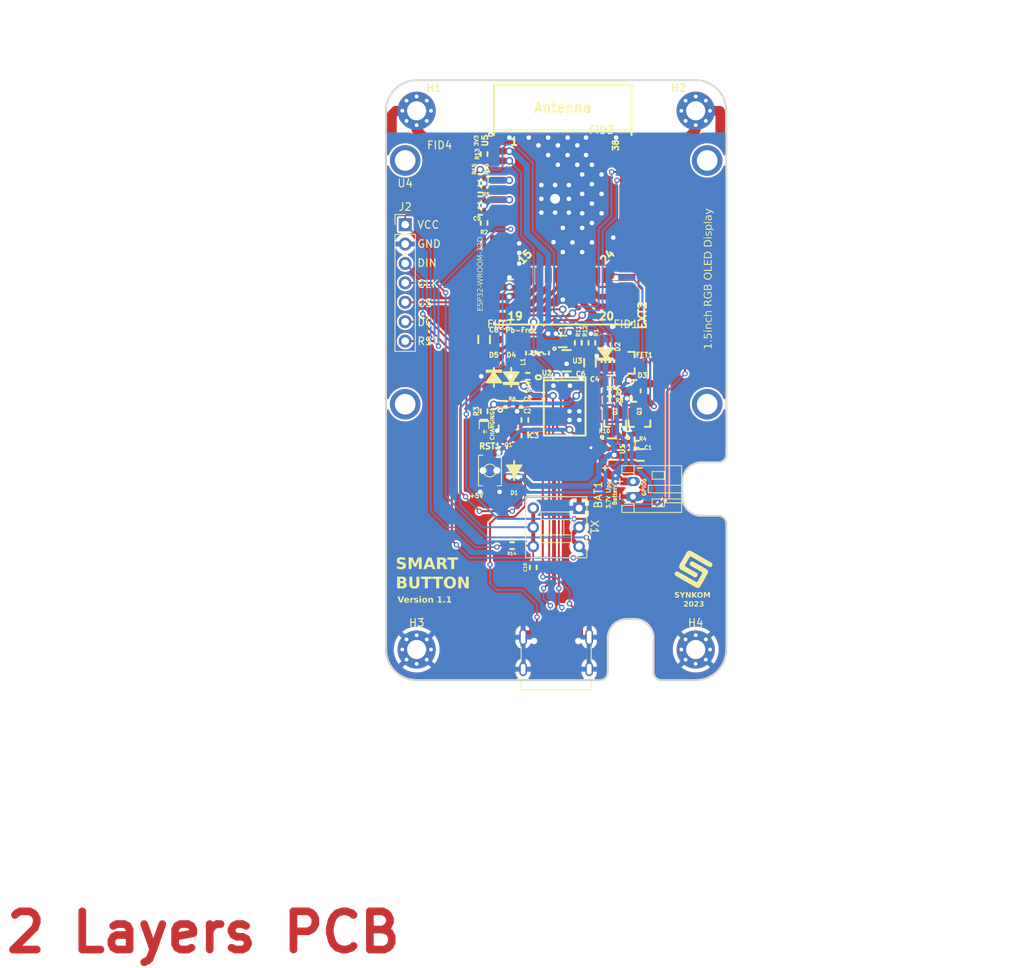
<source format=kicad_pcb>
(kicad_pcb (version 20221018) (generator pcbnew)
  (title_block (title "ESP32-DevKit-Lipo") (date "2020-06-09") (rev "C") (company "OLIMEX Ltd.") (comment 1 "https://www.olimex.com"))
  (layers (0 "F.Cu" mixed) (31 "B.Cu" mixed) (34 "B.Paste" user) (35 "F.Paste" user) (36 "B.SilkS" user "B.Silkscreen") (37 "F.SilkS" user "F.Silkscreen") (38 "B.Mask" user) (39 "F.Mask" user) (44 "Edge.Cuts" user))
  (net 0 "")
  (net 1 "+5V")
  (net 2 "GND")
  (net 3 "Net-(U2-XI)")
  (net 4 "+3V3")
  (net 5 "/ESP_EN")
  (net 6 "Net-(U2-XO)")
  (net 7 "/+5V_USB")
  (net 8 "/D_Com")
  (net 9 "Net-(D2-K)")
  (net 10 "Net-(CHARGING1-K)")
  (net 11 "/GPIO13")
  (net 12 "/GPIO12")
  (net 13 "/GPIO27")
  (net 14 "/GPIO14")
  (net 15 "/GPIO26")
  (net 16 "/GPIO25")
  (net 17 "/GPIO32")
  (net 18 "/GPIO33")
  (net 19 "/GPI35")
  (net 20 "/GPI34")
  (net 21 "/GPIO22")
  (net 22 "/GPIO23")
  (net 23 "/GPIO21")
  (net 24 "/GPIO19")
  (net 25 "/GPIO18")
  (net 26 "/GPIO5")
  (net 27 "/GPIO16")
  (net 28 "/GPIO17")
  (net 29 "/GPIO4")
  (net 30 "/GPIO0")
  (net 31 "/GPIO15")
  (net 32 "/GPIO2")
  (net 33 "Net-(D4-K)")
  (net 34 "Net-(D5-A)")
  (net 36 "Net-(U2-UD+)")
  (net 37 "Net-(U2-UD-)")
  (net 41 "Net-(U3-LX)")
  (net 42 "Net-(Q2-B)")
  (net 43 "Net-(Q2-E)")
  (net 44 "Net-(Q3-B)")
  (net 45 "Net-(Q3-E)")
  (net 46 "VBAT")
  (net 47 "Net-(Q3-C)")
  (net 48 "/GPIO3\\U0RXD")
  (net 49 "Net-(U1-CHRGb)")
  (net 50 "/GPIO1\\U0TXD")
  (net 51 "Net-(U1-PROG)")
  (net 52 "/GPI39\\SENSOR_VN")
  (net 53 "/GPI36\\SENSOR_VP")
  (net 54 "/GPIO9\\SD_DATA2")
  (net 55 "/GPIO11\\SD_CMD")
  (net 56 "/GPIO10\\SD_DATA3")
  (net 57 "/GPIO6\\SD_CLK")
  (net 58 "/GPIO7\\SD_DATA0")
  (net 59 "/GPIO8\\SD_DATA1")
  (net 60 "Net-(U3-FB)")
  (net 68 "Net-(U2-V3)")
  (footprint "OLIMEX_Diodes-FP:SOT23-3" (layer "F.Cu") (at 153.035 105.156)
    (fp_text reference "D3")
    (fp_text value "BAT54C(SOT23-3)")
  )
  (footprint "OLIMEX_Transistors-FP:SOT23" (layer "F.Cu") (at 150.368 109.22 90)
    (fp_text reference "Q2")
    (fp_text value "BC817-40(SOT23)")
  )
  (footprint "OLIMEX_LEDs-FP:LED_0603_KA" (layer "F.Cu") (at 133.223 110.49 -90)
    (fp_text reference "CHARGING1")
    (fp_text value "LED/YELLOW/0603")
  )
  (footprint "Fiducial:Fiducial_1mm_Mask2mm" (layer "F.Cu") (at 151.765 98.425)
    (fp_text reference "FID1")
    (fp_text value "Fiducial")
  )
  (footprint "OLIMEX_IC-FP:SOT-23-5" (layer "F.Cu") (at 149.987 112.776 180)
    (fp_text reference "U1")
    (fp_text value "BL4054B-42TPRN(SOT23-5)")
  )
  (footprint "OLIMEX_IC-FP:SSOP-20W" (layer "F.Cu") (at 143.764 107.188 -90)
    (fp_text reference "U2")
    (fp_text value "CH340T(SSOP20W)")
  )
  (footprint "OLIMEX_Diodes-FP:SOD-123_1C-2A_KA" (layer "F.Cu") (at 137.16 115.57 90)
    (fp_text reference "D1")
    (fp_text value "1N5819S4/SOD123")
  )
  (footprint "OLIMEX_RLC-FP:R_0402_5MIL_DWS" (layer "F.Cu") (at 133.223 83.185 90)
    (fp_text reference "R2")
    (fp_text value "470k/R0402")
  )
  (footprint "OLIMEX_RLC-FP:R_0402_5MIL_DWS" (layer "F.Cu") (at 133.223 107.823 90)
    (fp_text reference "R3")
    (fp_text value "2.2k/R0402")
  )
  (footprint "OLIMEX_RLC-FP:R_0402_5MIL_DWS" (layer "F.Cu") (at 136.017 106.934)
    (fp_text reference "R6")
    (fp_text value "10k/R0402")
  )
  (footprint "OLIMEX_RLC-FP:R_0402_5MIL_DWS" (layer "F.Cu") (at 149.606 106.299)
    (fp_text reference "R8")
    (fp_text value "2.2k/R0402")
  )
  (footprint "OLIMEX_RLC-FP:R_0402_5MIL_DWS" (layer "F.Cu") (at 152.019 110.871 180)
    (fp_text reference "R10")
    (fp_text value "220R/R0402")
  )
  (footprint "OLIMEX_RLC-FP:C_0402_5MIL_DWS" (layer "F.Cu") (at 132.714999 81.661)
    (fp_text reference "C9")
    (fp_text value "100nF/10V/10%/X7R/C0402")
  )
  (footprint "Fiducial:Fiducial_1mm_Mask2mm" (layer "F.Cu") (at 148.59 73.025)
    (fp_text reference "FID3")
    (fp_text value "Fiducial")
  )
  (footprint "OLIMEX_Cases-FP:ESP32-WROVER_MODULE" (layer "F.Cu") (at 143.51 80.772)
    (fp_text reference "U5")
    (fp_text value "ESP32-WROOM-32D-4MB")
  )
  (footprint "OLIMEX_Transistors-FP:SOT23" (layer "F.Cu") (at 153.543 109.22 90)
    (fp_text reference "Q3")
    (fp_text value "BC817-40(SOT23)")
  )
  (footprint "OLIMEX_RLC-FP:C_0603_5MIL_DWS" (layer "F.Cu") (at 153.6065 113.538)
    (fp_text reference "C1")
    (fp_text value "22uF/6.3V/20%/X5R/C0603")
  )
  (footprint "OLIMEX_RLC-FP:CD32" (layer "F.Cu") (at 140.208 100.203 90)
    (fp_text reference "L1")
    (fp_text value "2.2uH/1.5A/DCR=72mR/20%/3.00x3.00x1.50mm/CD32(NR3015T2R2M)")
  )
  (footprint "OLIMEX_RLC-FP:C_0603_5MIL_DWS" (layer "F.Cu") (at 143.51 98.679)
    (fp_text reference "C7")
    (fp_text value "22uF/6.3V/20%/X5R/C0603")
  )
  (footprint "OLIMEX_RLC-FP:C_0603_5MIL_DWS" (layer "F.Cu") (at 147.066 101.473 90)
    (fp_text reference "C6")
    (fp_text value "22uF/6.3V/20%/X5R/C0603")
  )
  (footprint "OLIMEX_RLC-FP:R_0402_5MIL_DWS" (layer "F.Cu") (at 147.32 98.8695 90)
    (fp_text reference "R1")
    (fp_text value "10k/R0402")
  )
  (footprint "OLIMEX_RLC-FP:R_0402_5MIL_DWS" (layer "F.Cu") (at 145.542 98.8695 90)
    (fp_text reference "R11")
    (fp_text value "100k/R0402")
  )
  (footprint "OLIMEX_RLC-FP:R_0402_5MIL_DWS" (layer "F.Cu") (at 146.431 98.8695 90)
    (fp_text reference "R12")
    (fp_text value "22k/1%/R0402")
  )
  (footprint "OLIMEX_Regulators-FP:SOT-23-5" (layer "F.Cu") (at 144.018 101.219 180)
    (fp_text reference "U3")
    (fp_text value "SY8089AAAC(SOT23-5)")
  )
  (footprint "OLIMEX_RLC-FP:C_0402_5MIL_DWS" (layer "F.Cu") (at 138.557 110.998 -90)
    (fp_text reference "C3")
    (fp_text value "27pF/50V/5%/C0G/C0402")
  )
  (footprint "OLIMEX_RLC-FP:R_0402_5MIL_DWS" (layer "F.Cu") (at 133.223 74.168 -90)
    (fp_text reference "R13")
    (fp_text value "10k/R0402")
  )
  (footprint "OLIMEX_RLC-FP:R_0402_5MIL_DWS" (layer "F.Cu") (at 132.715 78.74 180)
    (fp_text reference "R16")
    (fp_text value "470k/R0402")
  )
  (footprint "OLIMEX_Diodes-FP:SOD-123_1C-2A_KA" (layer "F.Cu") (at 149.098 100.203 90)
    (fp_text reference "D2")
    (fp_text value "1N5819S4/SOD123")
  )
  (footprint "OLIMEX_RLC-FP:C_0603_5MIL_DWS" (layer "F.Cu") (at 149.86 103.886)
    (fp_text reference "C4")
    (fp_text value "22uF/6.3V/20%/X5R/C0603")
  )
  (footprint "OLIMEX_RLC-FP:R_0402_5MIL_DWS" (layer "F.Cu") (at 149.606 105.41)
    (fp_text reference "R9")
    (fp_text value "2.2k/R0402")
  )
  (footprint "OLIMEX_RLC-FP:R_0402_5MIL_DWS" (layer "F.Cu") (at 153.162 112.141)
    (fp_text reference "R4")
    (fp_text value "2.2k/R0402")
  )
  (footprint "Connector_JST:JST_PH_S2B-PH-K_1x02_P2.00mm_Horizontal" (layer "F.Cu") (at 152.7 119 90)
    (fp_text reference "BAT1")
    (fp_text value "DW02S")
  )
  (footprint "OLIMEX_RLC-FP:C_0402_5MIL_DWS" (layer "F.Cu") (at 138.557 108.966 90)
    (fp_text reference "C2")
    (fp_text value "27pF/50V/5%/C0G/C0402")
  )
  (footprint "OLIMEX_Crystal-FP:TSX-3.2x2.5mm_GND(3)" (layer "F.Cu") (at 136.398 109.939 -90)
    (fp_text reference "Q1")
    (fp_text value "Q12MHz/20pF/10ppm/4P/3.2x2.5mm")
  )
  (footprint "OLIMEX_Diodes-FP:SOD-123_1C-2A_KA" (layer "F.Cu") (at 134.493 103.378 -90)
    (fp_text reference "D5")
    (fp_text value "1N5819S4/SOD123")
  )
  (footprint "OLIMEX_Diodes-FP:SOD-123_1C-2A_KA" (layer "F.Cu") (at 136.779 103.378 90)
    (fp_text reference "D4")
    (fp_text value "1N5819S4/SOD123")
  )
  (footprint "OLIMEX_RLC-FP:R_0402_5MIL_DWS" (layer "F.Cu") (at 132.715 77.216)
    (fp_text reference "R15")
    (fp_text value "220k/R0402")
  )
  (footprint "OLIMEX_RLC-FP:R_0402_5MIL_DWS" (layer "F.Cu") (at 132.715 80.137001 180)
    (fp_text reference "R5")
    (fp_text value "470k/R0402")
  )
  (footprint "OLIMEX_RLC-FP:R_0402_5MIL_DWS" (layer "F.Cu") (at 138.938 103.251 180)
    (fp_text reference "R17")
    (fp_text value "10k/R0402")
  )
  (footprint "OLIMEX_RLC-FP:C_0603_5MIL_DWS" (layer "F.Cu") (at 133.223 98.425 -90)
    (fp_text reference "C8")
    (fp_text value "1uF/10V/10%/X5R/C0603")
  )
  (footprint "OLIMEX_Transistors-FP:SOT23" (layer "F.Cu") (at 152.273 101.473 180)
    (fp_text reference "FET1")
    (fp_text value "WPM2015-3/TR")
  )
  (footprint "Fiducial:Fiducial_1mm_Mask2mm" (layer "F.Cu") (at 135.255 98.425)
    (fp_text reference "FID2")
    (fp_text value "Fiducial")
  )
  (footprint "OLIMEX_RLC-FP:C_0402_5MIL_DWS" (layer "F.Cu") (at 138.049 106.934 180)
    (fp_text reference "C5")
    (fp_text value "100nF/10V/10%/X7R/C0402")
  )
  (footprint "OLIMEX_Buttons-FP:IT1185AU2_V2" (layer "F.Cu") (at 133.985 115.57 -90)
    (fp_text reference "RST1")
    (fp_text value "IT-1185AU2-160G-G-TR")
  )
  (footprint "LOGO" (layer "F.Cu") (at 160.65 128.5)
    (fp_text reference "G***" hide)
    (fp_text value "LOGO" hide)
  )
  (footprint "MountingHole:MountingHole_2.5mm_Pad_Via" (layer "F.Cu") (at 160.9 68.5)
    (fp_text reference "H2")
    (fp_text value "MountingHole_Pad")
  )
  (footprint "OLIMEX_RLC-FP:R_0402_5MIL_DWS" (layer "F.Cu") (at 136.892 125.4)
    (fp_text reference "R14")
    (fp_text value "10k/R0402")
  )
  (footprint "Fiducial:Fiducial_1mm_Mask2mm" (layer "F.Cu") (at 127.4 75)
    (fp_text reference "FID4")
    (fp_text value "Fiducial")
  )
  (footprint "Display:Waveshare 1.5inch OLED display Module, 128x128 pixels" (layer "F.Cu") (at 122.9 75)
    (fp_text reference "U4")
    (fp_text value "~")
  )
  (footprint "MountingHole:MountingHole_2.5mm_Pad_Via" (layer "F.Cu") (at 160.9 139)
    (fp_text reference "H4")
    (fp_text value "MountingHole_Pad")
  )
  (footprint "Button_Switch_THT:XKB8080-W" (layer "F.Cu") (at 142.65 123 -90)
    (fp_text reference "X1")
    (fp_text value "~")
  )
  (footprint "MountingHole:MountingHole_2.5mm_Pad_Via" (layer "F.Cu") (at 124.4 139)
    (fp_text reference "H3")
    (fp_text value "MountingHole_Pad")
  )
  (footprint "OLIMEX_RLC-FP:C_0402_5MIL_DWS" (layer "F.Cu") (at 139.65 128.25 -90)
    (fp_text reference "C10")
    (fp_text value "100nF/10V/10%/X7R/C0402")
  )
  (footprint "Connector_PinHeader_2.54mm:PinHeader_1x07_P2.54mm_Vertical" (layer "F.Cu") (at 122.9 83.4)
    (fp_text reference "J2")
    (fp_text value "Conn_01x07")
  )
  (footprint "MountingHole:MountingHole_2.5mm_Pad_Via" (layer "F.Cu") (at 124.4 68.5)
    (fp_text reference "H1")
    (fp_text value "MountingHole_Pad")
  )
  (footprint "Connector_USB:USB_C_Receptacle_G-Switch_GT-USB-7010ASV" (layer "F.Cu") (at 142.65 140.5)
    (fp_text reference "J1" hide)
    (fp_text value "USB_C_Receptacle_USB2.0")
  )
  (footprint "OLIMEX_Other-FP:TESTPAD_40-ROUND" (layer "B.Cu") (at 154.9 118)
    (fp_text reference "D_Com1" hide)
    (fp_text value "TESTPAD" hide)
  )
  (gr_circle (center 148.6535 111.1885) (end 148.844 111.1885) (stroke (width 0.2032)) (fill none) (layer "F.SilkS"))
  (gr_line (start 133.731 78.359) (end 133.731 78.5495) (stroke (width 0.15)) (layer "F.SilkS"))
  (gr_line (start 133.731 78.5495) (end 133.604 78.6765) (stroke (width 0.15)) (layer "F.SilkS"))
  (gr_line (start 133.731 76.962) (end 133.858 77.216) (stroke (width 0.15)) (layer "F.SilkS"))
  (gr_line (start 133.731 76.962) (end 133.604 77.216) (stroke (width 0.15)) (layer "F.SilkS"))
  (gr_line (start 133.731 76.962) (end 133.731 78.359) (stroke (width 0.15)) (layer "F.SilkS"))
  (gr_circle (center 142.4305 99.6315) (end 142.621 99.6315) (stroke (width 0.2032)) (fill none) (layer "F.SilkS"))
  (gr_line (start 163.9 121.5) (end 161.65 121.5) (stroke (width 0.254)) (layer "Edge.Cuts"))
  (gr_line (start 159.15 117) (end 159.15 119) (stroke (width 0.254)) (layer "Edge.Cuts"))
  (gr_arc (start 159.15 117) (mid 159.882233 115.232233) (end 161.65 114.5) (stroke (width 0.254)) (layer "Edge.Cuts"))
  (gr_arc (start 149.4 137.5) (mid 150.132233 135.732233) (end 151.9 135) (stroke (width 0.254)) (layer "Edge.Cuts"))
  (gr_arc (start 152.9 135) (mid 154.667767 135.732233) (end 155.4 137.5) (stroke (width 0.254)) (layer "Edge.Cuts"))
  (gr_arc (start 161.65 121.5) (mid 159.882233 120.767767) (end 159.15 119) (stroke (width 0.254)) (layer "Edge.Cuts"))
  (gr_arc (start 163.9 121.5) (mid 164.607107 121.792893) (end 164.9 122.5) (stroke (width 0.254)) (layer "Edge.Cuts"))
  (gr_arc (start 149.4 142) (mid 149.107107 142.707107) (end 148.4 143) (stroke (width 0.254)) (layer "Edge.Cuts"))
  (gr_line (start 155.4 142) (end 155.4 137.5) (stroke (width 0.254)) (layer "Edge.Cuts"))
  (gr_line (start 120.4 68.5) (end 120.4 139) (stroke (width 0.254)) (layer "Edge.Cuts"))
  (gr_line (start 163.9 114.5) (end 161.65 114.5) (stroke (width 0.254)) (layer "Edge.Cuts"))
  (gr_arc (start 120.4 68.5) (mid 121.571573 65.671573) (end 124.4 64.5) (stroke (width 0.254)) (layer "Edge.Cuts"))
  (gr_line (start 160.9 64.5) (end 124.4 64.5) (stroke (width 0.254)) (layer "Edge.Cuts"))
  (gr_line (start 152.9 135) (end 151.9 135) (stroke (width 0.254)) (layer "Edge.Cuts"))
  (gr_line (start 164.9 68.5) (end 164.9 113.5) (stroke (width 0.254)) (layer "Edge.Cuts"))
  (gr_arc (start 160.9 64.5) (mid 163.728427 65.671573) (end 164.9 68.5) (stroke (width 0.254)) (layer "Edge.Cuts"))
  (gr_arc (start 124.4 143) (mid 121.571573 141.828427) (end 120.4 139) (stroke (width 0.254)) (layer "Edge.Cuts"))
  (gr_line (start 149.4 137.5) (end 149.4 142) (stroke (width 0.254)) (layer "Edge.Cuts"))
  (gr_arc (start 156.4 143) (mid 155.692893 142.707107) (end 155.4 142) (stroke (width 0.254)) (layer "Edge.Cuts"))
  (gr_arc (start 164.9 113.5) (mid 164.607107 114.207107) (end 163.9 114.5) (stroke (width 0.254)) (layer "Edge.Cuts"))
  (gr_line (start 160.9 143) (end 156.4 143) (stroke (width 0.254)) (layer "Edge.Cuts"))
  (gr_line (start 164.9 139) (end 164.9 122.5) (stroke (width 0.254)) (layer "Edge.Cuts"))
  (gr_line (start 148.4 143) (end 124.4 143) (stroke (width 0.254)) (layer "Edge.Cuts"))
  (gr_arc (start 164.9 139) (mid 163.728427 141.828427) (end 160.9 143) (stroke (width 0.254)) (layer "Edge.Cuts"))
  (gr_text "2 Layers PCB" (at 96.5 176) (layer "F.Cu") (effects (font (size 5 5) (thickness 1))))
  (gr_text "+5V" (at 132.207 118.872) (layer "F.SilkS") (effects (font (size 0.5842 0.5842) (thickness 0.14605))))
  (gr_text "3V3" (at 132.207 72.39 90) (layer "F.SilkS") (effects (font (size 0.508 0.508) (thickness 0.127))))
  (gr_text "GPIO6" (at 154.15 117.75 90) (layer "F.SilkS") (effects (font (size 0.508 0.508) (thickness 0.127))))
  (gr_text "+" (at 149.0345 115.189) (layer "F.SilkS") (effects (font (size 0.762 0.762) (thickness 0.1905))))
  (gr_text "Pb-Free" (at 138.049 97.2185) (layer "F.SilkS") (effects (font (size 0.635 0.635) (thickness 0.15875))))
  (gr_text "EXT2" (at 153.924 95.25 90) (layer "F.SilkS") (effects (font (size 1.016 1.016) (thickness 0.254))))
  (gr_text "3.7V Lipo\nBattery" (at 149.9 118.75 90) (layer "F.SilkS") (effects (font (size 0.508 0.508) (thickness 0.127))))
  (gr_text "SYNKOM \n2023" (at 160.65 133.5) (layer "F.SilkS") (effects (font (size 0.7 0.7) (thickness 0.125) bold) (justify bottom)))
  (gr_text "RST" (at 124.4 99.25) (layer "F.SilkS") (effects (font (size 1 1)) (justify left bottom)))
  (gr_text "- +" (at 150.9 118 90) (layer "F.SilkS") (effects (font (size 1 1))))
  (gr_text "GND" (at 124.4 86.5) (layer "F.SilkS") (effects (font (size 1 1)) (justify left bottom)))
  (gr_text "1.5inch RGB OLED Display" (at 163.15 99.75 90) (layer "F.SilkS") (effects (font (size 1 1)) (justify left bottom)))
  (gr_text "ESP32-WROOM-32D" (at 133.15 94.75 90) (layer "F.SilkS") (effects (font (size 0.7 0.7)) (justify left bottom)))
  (gr_text "VCC" (at 124.4 84) (layer "F.SilkS") (effects (font (size 1 1)) (justify left bottom)))
  (gr_text "CLK" (at 124.4 91.75) (layer "F.SilkS") (effects (font (size 1 1)) (justify left bottom)))
  (gr_text "CS" (at 124.4 94.25) (layer "F.SilkS") (effects (font (size 1 1)) (justify left bottom)))
  (gr_text "-" (at 153.6065 115.189) (layer "F.SilkS") (effects (font (size 0.762 0.762) (thickness 0.1905))))
  (gr_text "DC\n" (at 124.4 96.75) (layer "F.SilkS") (effects (font (size 1 1)) (justify left bottom)))
  (gr_text "DIN" (at 124.4 89) (layer "F.SilkS") (effects (font (size 1 1)) (justify left bottom)))
  (gr_text "SMART \nBUTTON " (at 121.65 131.25) (layer "F.SilkS") (effects (font (size 1.5 1.5) (thickness 0.2) bold) (justify left bottom)))
  (gr_text "Version 1.1\n" (at 121.9 133) (layer "F.SilkS") (effects (font (size 0.8 0.8) (thickness 0.15) bold) (justify left bottom)))
  (segment (start 137.151989 116.958999) (end 136.65199 116.459) (width 1.016) (layer "F.Cu") (net 1))
  (segment (start 152.7175 113.538) (end 151.257 113.538) (width 1.016) (layer "F.Cu") (net 1))
  (segment (start 135.89 116.459) (end 136.65199 116.459) (width 1.016) (layer "F.Cu") (net 1))
  (segment (start 150.18004 100.52304) (end 149.098 99.441) (width 1.016) (layer "F.Cu") (net 1))
  (segment (start 135.763 116.586) (end 135.89 116.459) (width 1.016) (layer "F.Cu") (net 1))
  (segment (start 136.652 117.475) (end 137.033 117.475) (width 1.016) (layer "F.Cu") (net 1))
  (segment (start 135.89 116.459) (end 135.89 116.5225) (width 1.016) (layer "F.Cu") (net 1))
  (segment (start 132.226999 115.970999) (end 132.842 116.586) (width 0.508) (layer "F.Cu") (net 1))
  (segment (start 132.226999 116.478999) (end 132.334 116.586) (width 0.508) (layer "F.Cu") (net 1))
  (segment (start 136.52499 116.586) (end 136.65199 116.459) (width 0.762) (layer "F.Cu") (net 1))
  (segment (start 135.763 116.586) (end 136.652 117.475) (width 1.016) (layer "F.Cu") (net 1))
  (segment (start 137.668 116.459) (end 137.668 117.166106) (width 1.016) (layer "F.Cu") (net 1))
  (segment (start 149.0345 99.3775) (end 149.098 99.441) (width 0.508) (layer "F.Cu") (net 1))
  (segment (start 149.098 98.303) (end 149.093 98.303) (width 0.508) (layer "F.Cu") (net 1))
  (segment (start 137.359106 117.475) (end 137.033 117.475) (width 1.016) (layer "F.Cu") (net 1))
  (segment (start 132.226999 115.931001) (end 132.226999 116.478999) (width 0.508) (layer "F.Cu") (net 1))
  (segment (start 137.16 116.96701) (end 137.151989 116.958999) (width 1.016) (layer "F.Cu") (net 1))
  (segment (start 135.763 116.586) (end 135.89 116.586) (width 0.762) (layer "F.Cu") (net 1))
  (segment (start 132.226999 112.248001) (end 132.226999 115.931001) (width 0.508) (layer "F.Cu") (net 1))
  (segment (start 132.226999 115.931001) (end 132.226999 115.970999) (width 0.508) (layer "F.Cu") (net 1))
  (segment (start 149.098 98.303) (end 149.098 99.441) (width 1.016) (layer "F.Cu") (net 1))
  (segment (start 132.334 116.586) (end 132.842 116.586) (width 0.762) (layer "F.Cu") (net 1))
  (segment (start 151.384 113.538) (end 150.241 113.538) (width 1.016) (layer "F.Cu") (net 1))
  (segment (start 132.207 76.708) (end 132.715 76.2) (width 0.508) (layer "F.Cu") (net 1))
  (segment (start 133.223 111.252) (end 132.226999 112.248001) (width 0.508) (layer "F.Cu") (net 1))
  (segment (start 137.16 117.47) (end 137.16 116.96701) (width 1.016) (layer "F.Cu") (net 1))
  (segment (start 151.16556 100.52304) (end 150.18004 100.52304) (width 1.016) (layer "F.Cu") (net 1))
  (segment (start 147.32 99.3775) (end 149.0345 99.3775) (width 0.508) (layer "F.Cu") (net 1))
  (segment (start 136.65199 116.459) (end 137.668 116.459) (width 1.016) (layer "F.Cu") (net 1))
  (segment (start 132.842 116.586) (end 136.52499 116.586) (width 0.762) (layer "F.Cu") (net 1))
  (segment (start 149.093 98.303) (end 148.0185 99.3775) (width 0.508) (layer "F.Cu") (net 1))
  (segment (start 137.668 117.166106) (end 137.359106 117.475) (width 1.016) (layer "F.Cu") (net 1))
  (segment (start 135.89 116.586) (end 136.906 117.602) (width 0.762) (layer "F.Cu") (net 1))
  (segment (start 132.207 77.216) (end 132.207 76.708) (width 0.508) (layer "F.Cu") (net 1))
  (via (at 137.668 116.459) (size 1) (drill 0.6) (layers "F.Cu" "B.Cu") (net 1))
  (via (at 136.525 116.459) (size 1) (drill 0.6) (layers "F.Cu" "B.Cu") (net 1))
  (via (at 132.715 76.2) (size 1) (drill 0.6) (layers "F.Cu" "B.Cu") (net 1))
  (via (at 150.241 113.538) (size 1) (drill 0.6) (layers "F.Cu" "B.Cu") (net 1))
  (via (at 149.098 99.441) (size 1) (drill 0.6) (layers "F.Cu" "B.Cu") (net 1))
  (segment (start 137.033 116.459) (end 136.906 116.459) (width 0.762) (layer "B.Cu") (net 1))
  (segment (start 149.098 99.441) (end 149.098 98.806) (width 0.762) (layer "B.Cu") (net 1))
  (segment (start 135.636 75.819) (end 135.636 73.406) (width 0.254) (layer "B.Cu") (net 1))
  (segment (start 144.272 96.647) (end 147.574 96.647) (width 0.254) (layer "B.Cu") (net 1))
  (segment (start 139.4 117.6) (end 147 117.6) (width 0.762) (layer "B.Cu") (net 1))
  (segment (start 139.573 75.311) (end 139.573 84.201) (width 0.254) (layer "B.Cu") (net 1))
  (segment (start 150.241 112.268) (end 149.098 111.125) (width 0.762) (layer "B.Cu") (net 1))
  (segment (start 135.636 73.406) (end 136.144 72.898) (width 0.254) (layer "B.Cu") (net 1))
  (segment (start 149.098 100.148106) (end 149.098 99.441) (width 0.762) (layer "B.Cu") (net 1))
  (segment (start 150.241 113.538) (end 150.241 112.268) (width 0.762) (layer "B.Cu") (net 1))
  (segment (start 139.573 84.201) (end 142.367 86.995) (width 0.254) (layer "B.Cu") (net 1))
  (segment (start 137.668 116.459) (end 136.525 116.459) (width 1.016) (layer "B.Cu") (net 1))
  (segment (start 138.167999 116.367999) (end 139.4 117.6) (width 0.762) (layer "B.Cu") (net 1))
  (segment (start 138.167999 116.367999) (end 138.076998 116.459) (width 0.762) (layer "B.Cu") (net 1))
  (segment (start 149.098 111.125) (end 149.098 100.148106) (width 0.762) (layer "B.Cu") (net 1))
  (segment (start 137.668 116.459) (end 137.795 116.332) (width 0.762) (layer "B.Cu") (net 1))
  (segment (start 132.715 76.2) (end 135.255 76.2) (width 0.254) (layer "B.Cu") (net 1))
  (segment (start 136.144 72.898) (end 137.16 72.898) (width 0.254) (layer "B.Cu") (net 1))
  (segment (start 149.098 98.171) (end 149.098 98.425) (width 0.254) (layer "B.Cu") (net 1))
  (segment (start 138.076998 116.459) (end 136.525 116.459) (width 0.762) (layer "B.Cu") (net 1))
  (segment (start 142.367 86.995) (end 142.367 94.742) (width 0.254) (layer "B.Cu") (net 1))
  (segment (start 148.844 98.552) (end 149.098 98.806) (width 0.254) (layer "B.Cu") (net 1))
  (segment (start 148.844 97.917) (end 149.098 98.171) (width 0.254) (layer "B.Cu") (net 1))
  (segment (start 148.209 114.947764) (end 149.618764 113.538) (width 0.762) (layer "B.Cu") (net 1))
  (segment (start 147.574 96.647) (end 148.844 97.917) (width 0.254) (layer "B.Cu") (net 1))
  (segment (start 148.844 97.917) (end 148.844 98.552) (width 0.254) (layer "B.Cu") (net 1))
  (segment (start 149.098 98.806) (end 149.098 98.425) (width 0.762) (layer "B.Cu") (net 1))
  (segment (start 136.906 116.459) (end 136.525 116.459) (width 0.762) (layer "B.Cu") (net 1))
  (segment (start 135.255 76.2) (end 135.636 75.819) (width 0.254) (layer "B.Cu") (net 1))
  (segment (start 148.209 116.391) (end 148.209 114.947764) (width 0.762) (layer "B.Cu") (net 1))
  (segment (start 149.618764 113.538) (end 150.241 113.538) (width 0.762) (layer "B.Cu") (net 1))
  (segment (start 147 117.6) (end 148.209 116.391) (width 0.762) (layer "B.Cu") (net 1))
  (segment (start 142.367 94.742) (end 144.272 96.647) (width 0.254) (layer "B.Cu") (net 1))
  (segment (start 137.16 72.898) (end 139.573 75.311) (width 0.254) (layer "B.Cu") (net 1))
  (segment (start 135.001 110.363) (end 135.598 110.96) (width 0.254) (layer "F.Cu") (net 2))
  (segment (start 137.541 107.95) (end 137.541 108.458) (width 0.508) (layer "F.Cu") (net 2))
  (segment (start 154.304598 118.236598) (end 154.304195 118.237) (width 1.016) (layer "F.Cu") (net 2))
  (segment (start 137.81 88.504) (end 137.81 87.107) (width 1.016) (layer "F.Cu") (net 2))
  (segment (start 147.955 75.565) (end 145.415 75.565) (width 1.016) (layer "F.Cu") (net 2))
  (segment (start 141.223967 110.744033) (end 140.97 110.998) (width 0.254) (layer "F.Cu") (net 2))
  (segment (start 135.255 117.9195) (end 135.255 118.49099) (width 1.016) (layer "F.Cu") (net 2))
  (segment (start 160.9 71) (end 158.9 73) (width 1.27) (layer "F.Cu") (net 2))
  (segment (start 140.947692 108.813) (end 141.223967 109.089275) (width 0.254) (layer "F.Cu") (net 2))
  (segment (start 154.4955 112.9665) (end 153.924 112.395) (width 1.016) (layer "F.Cu") (net 2))
  (segment (start 144.399 98.679) (end 144.399 97.536) (width 1.016) (layer "F.Cu") (net 2))
  (segment (start 135.255 118.49099) (end 134.74701 118.49099) (width 1.016) (layer "F.Cu") (net 2))
  (segment (start 132.207 80.137001) (end 132.207 81.661) (width 0.508) (layer "F.Cu") (net 2))
  (segment (start 132.207 82.444001) (end 132.207 83.82) (width 0.508) (layer "F.Cu") (net 2))
  (segment (start 138.912 108.813) (end 138.557 108.458) (width 0.254) (layer "F.Cu") (net 2))
  (segment (start 136.353619 107.726884) (end 134.841508 107.726884) (width 0.254) (layer "F.Cu") (net 2))
  (segment (start 148.687 112.776) (end 147.376 112.776) (width 0.508) (layer "F.Cu") (net 2))
  (segment (start 154.4955 113.538) (end 154.4955 118.045695) (width 1.016) (layer "F.Cu") (net 2))
  (segment (start 134.112 102.997) (end 134.366 103.251) (width 0.508) (layer "F.Cu") (net 2))
  (segment (start 141.223967 109.089275) (end 141.223967 110.744033) (width 0.254) (layer "F.Cu") (net 2))
  (segment (start 136.525 90.297) (end 137.795 90.297) (width 0.9144) (layer "F.Cu") (net 2))
  (segment (start 140.97 75.565) (end 140.716 75.819) (width 1.016) (layer "F.Cu") (net 2))
  (segment (start 139.91 111.6135) (end 139.91 112.477) (width 0.254) (layer "F.Cu") (net 2))
  (segment (start 137.795 90.297) (end 137.535 90.297) (width 0.762) (layer "F.Cu") (net 2))
  (segment (start 140.031 111.202) (end 139.91 111.323) (width 0.254) (layer "F.Cu") (net 2))
  (segment (start 136.746842 90.297) (end 137.229442 90.7796) (width 0.508) (layer "F.Cu") (net 2))
  (segment (start 134.841508 107.726884) (end 134.537727 108.030665) (width 0.254) (layer "F.Cu") (net 2))
  (segment (start 135.598 111.039) (end 135.598 111.464064) (width 0.508) (layer "F.Cu") (net 2))
  (segment (start 124.4 68.5) (end 124.4 71) (width 1.27) (layer "F.Cu") (net 2))
  (segment (start 140.5255 110.998) (end 139.91 111.6135) (width 0.254) (layer "F.Cu") (net 2))
  (segment (start 133.73101 72.00901) (end 146.55799 72.00901) (width 1.016) (layer "F.Cu") (net 2))
  (segment (start 139.8905 112.0775) (end 139.8905 112.2045) (width 0.254) (layer "F.Cu") (net 2))
  (segment (start 139.91 111.323) (end 139.91 111.6135) (width 0.254) (layer "F.Cu") (net 2))
  (segment (start 140.716 75.819) (end 140.716 76.454) (width 1.016) (layer "F.Cu") (net 2))
  (segment (start 132.715 117.9195) (end 133.2865 118.491) (width 1.016) (layer "F.Cu") (net 2))
  (segment (start 133.985 117.947) (end 134.656 118.618) (width 0.4064) (layer "F.Cu") (net 2))
  (segment (start 137.81 87.107) (end 137.81 85.202) (width 1.016) (layer "F.Cu") (net 2))
  (segment (start 137.81 72.532) (end 137.79 72.512) (width 1.016) (layer "F.Cu") (net 2))
  (segment (start 135.01 72.512) (end 137.79 72.512) (width 0.9144) (layer "F.Cu") (net 2))
  (segment (start 135.01 90.292) (end 136.52 90.292) (width 0.9144) (layer "F.Cu") (net 2))
  (segment (start 144.145 74.295) (end 141.605 74.295) (width 1.016) (layer "F.Cu") (net 2))
  (segment (start 132.207 103.759) (end 132.334 103.886) (width 0.508) (layer "F.Cu") (net 2))
  (segment (start 138.557 112.522) (end 138.557 111.506) (width 0.508) (layer "F.Cu") (net 2))
  (segment (start 137.79 72.512) (end 140.711 72.512) (width 1.016) (layer "F.Cu") (net 2))
  (segment (start 141.605 74.295) (end 140.897894 74.295) (width 1.016) (layer "F.Cu") (net 2))
  (segment (start 121.662 68.5) (end 121.162 69) (width 1.27) (layer "F.Cu") (net 2))
  (segment (start 140.6525 110.998) (end 139.954 111.6965) (width 0.254) (layer "F.Cu") (net 2))
  (segment (start 148.158199 102.996999) (end 147.650198 103.505) (width 0.254) (layer "F.Cu") (net 2))
  (segment (start 147.447 98.425) (end 146.431 98.425) (width 0.508) (layer "F.Cu") (net 2))
  (segment (start 146.558 72.507) (end 146.558 72.009) (width 1.016) (layer "F.Cu") (net 2))
  (segment (start 135.944894 103.251) (end 136.652 103.251) (width 1.016) (layer "F.Cu") (net 2))
  (segment (start 132.207 102.235) (end 132.207 102.997) (width 0.508) (layer "F.Cu") (net 2))
  (segment (start 140.5255 110.998) (end 140.235 110.998) (width 0.254) (layer "F.Cu") (net 2))
  (segment (start 140.716 72.517) (end 140.716 74.295) (width 1.016) (layer "F.Cu") (net 2))
  (segment (start 149.987 96.774) (end 148.082 96.774) (width 1.016) (layer "F.Cu") (net 2))
  (segment (start 140.716 74.295) (end 140.716 75.819) (width 1.016) (layer "F.Cu") (net 2))
  (segment (start 132.207 99.314) (end 132.207 102.235) (width 0.508) (layer "F.Cu") (net 2))
  (segment (start 135.598 110.96) (end 135.598 111.039) (width 0.254) (layer "F.Cu") (net 2))
  (segment (start 147.376 112.776) (end 147.2 112.6) (width 0.508) (layer "F.Cu") (net 2))
  (segment (start 133.2865 118.491) (end 134.747 118.491) (width 1.016) (layer "F.Cu") (net 2))
  (segment (start 134.366 103.251) (end 135.944894 103.251) (width 1.016) (layer "F.Cu") (net 2))
  (segment (start 137.198 108.801) (end 137.287 108.712) (width 0.508) (layer "F.Cu") (net 2))
  (segment (start 153.541196 119) (end 152.7 119) (width 1.016) (layer "F.Cu") (net 2))
  (segment (start 132.207 102.489) (end 132.969 103.251) (width 0.508) (layer "F.Cu") (net 2))
  (segment (start 138.557 111.506) (end 140.0175 111.506) (width 0.508) (layer "F.Cu") (net 2))
  (segment (start 137.287 108.458) (end 137.541 108.458) (width 0.508) (layer "F.Cu") (net 2))
  (segment (start 140.3985 111.5695) (end 140.3985 112.522) (width 0.254) (layer "F.Cu") (net 2))
  (segment (start 140.031 111.202) (end 139.446 111.787) (width 0.254) (layer "F.Cu") (net 2))
  (segment (start 150.114 85.09) (end 137.922 85.09) (width 1.016) (layer "F.Cu") (net 2))
  (segment (start 144.78 85.725) (end 142.342937 85.725) (width 1.016) (layer "F.Cu") (net 2))
  (segment (start 133.9215 117.9195) (end 133.985 117.983) (width 1.016) (layer "F.Cu") (net 2))
  (segment (start 137.81 81.788) (end 137.81 78.344) (width 1.016) (layer "F.Cu") (net 2))
  (segment (start 134.234 72.512) (end 133.73101 72.00901) (width 0.9144) (layer "F.Cu") (net 2))
  (segment (start 146.553 72.512) (end 146.558 72.507) (width 1.016) (layer "F.Cu") (net 2))
  (segment (start 137.541 106.934) (end 137.541 107.95) (width 0.508) (layer "F.Cu") (net 2))
  (segment (start 135.01 72.512) (end 134.234 72.512) (width 0.9144) (layer "F.Cu") (net 2))
  (segment (start 137.81 81.788) (end 140.716 81.788) (width 1.016) (layer "F.Cu") (net 2))
  (segment (start 148.082 96.774) (end 147.193 97.663) (width 1.016) (layer "F.Cu") (net 2))
  (segment (start 142.342937 85.725) (end 142.301243 85.683306) (width 1.016) (layer "F.Cu") (net 2))
  (segment (start 132.715 117.9195) (end 133.9215 117.9195) (width 1.016) (layer "F.Cu") (net 2))
  (segment (start 135.598 111.464064) (end 136.655936 112.522) (width 0.508) (layer "F.Cu") (net 2))
  (segment (start 140.97 110.998) (end 140.6525 110.998) (width 0.254) (layer "F.Cu") (net 2))
  (segment (start 154.304598 118.236598) (end 153.541196 119) (width 1.016) (layer "F.Cu") (net 2))
  (segment (start 152.01 72.512) (end 150.998 72.512) (width 0.9144) (layer "F.Cu") (net 2))
  (segment (start 139.446 111.787) (end 139.446 112.395) (width 0.254) (layer "F.Cu") (net 2))
  (segment (start 136.525 90.297) (end 136.746842 90.297) (width 0.508) (layer "F.Cu") (net 2))
  (segment (start 133.28649 118.49099) (end 133.2865 118.491) (width 1.016) (layer "F.Cu") (net 2))
  (segment (start 149.86 102.997) (end 148.158199 102.996999) (width 0.254) (layer "F.Cu") (net 2))
  (segment (start 140.71 78.222) (end 137.932 78.222) (width 1.016) (layer "F.Cu") (net 2))
  (segment (start 140.1445 108.813) (end 138.912 108.813) (width 0.254) (layer "F.Cu") (net 2))
  (segment (start 140.711 72.512) (end 140.716 72.517) (width 1.016) (layer "F.Cu") (net 2))
  (segment (start 140.235 110.998) (end 140.031 111.202) (width 0.254) (layer "F.Cu") (net 2))
  (segment (start 153.924 112.395) (end 153.67 112.141) (width 0.508) (layer "F.Cu") (net 2))
  (segment (start 146.431 98.298) (end 147.193 97.536) (width 0.508) (layer "F.Cu") (net 2))
  (segment (start 140.1445 108.813) (end 140.947692 108.813) (width 0.254) (layer "F.Cu") (net 2))
  (segment (start 137.922 85.09) (end 137.81 85.202) (width 1.016) (layer "F.Cu") (net 2))
  (segment (start 146.55799 72.00901) (end 146.558 72.009) (width 1.016) (layer "F.Cu") (net 2))
  (segment (start 140.97 110.998) (end 140.3985 111.5695) (width 0.254) (layer "F.Cu") (net 2))
  (segment (start 134.537727 108.030665) (end 134.537727 109.899727) (width 0.254) (layer "F.Cu") (net 2))
  (segment (start 147.193 97.536) (end 147.447 97.79) (width 0.508) (layer "F.Cu") (net 2))
  (segment (start 132.334 103.886) (end 132.969 103.251) (width 1.016) (layer "F.Cu") (net 2))
  (segment (start 147.066 100.584) (end 147.955 100.584) (width 1.016) (layer "F.Cu") (net 2))
  (segment (start 132.715 117.9195) (end 132.715 118.49099) (width 1.016) (layer "F.Cu") (net 2))
  (segment (start 138.557 112.522) (end 139.319 112.522) (width 0.508) (layer "F.Cu") (net 2))
  (segment (start 143.62684 101.219) (end 144.018 101.61016) (width 0.508) (layer "F.Cu") (net 2))
  (segment (start 142.875 75.565) (end 140.97 75.565) (width 1.016) (layer "F.Cu") (net 2))
  (segment (start 147.447 97.79) (end 147.447 98.425) (width 0.508) (layer "F.Cu") (net 2))
  (segment (start 137.198 108.571265) (end 136.353619 107.726884) (width 0.254) (layer "F.Cu") (net 2))
  (segment (start 132.207 83.82) (end 132.207 84.9) (width 0.508) (layer "F.Cu") (net 2))
  (segment (start 147.650198 103.505) (end 145.923 103.505) (width 0.254) (layer "F.Cu") (net 2))
  (segment (start 137.3632 90.7796) (end 137.795 90.7796) (width 0.508) (layer "F.Cu") (net 2))
  (segment (start 154.4955 113.4745) (end 154.4955 112.9665) (width 1.016) (layer "F.Cu") (net 2))
  (segment (start 137.198 108.839) (end 137.198 108.547) (width 0.508) (layer "F.Cu") (net 2))
  (segment (start 160.9 68.5) (end 164.011269 68.5) (width 1.27) (layer "F.Cu") (net 2))
  (segment (start 135.255 117.9195) (end 134.0485 117.9195) (width 1.016) (layer "F.Cu") (net 2))
  (segment (start 134.656 118.618) (end 137.922 118.618) (width 0.4064) (layer "F.Cu") (net 2))
  (segment (start 133.223 99.314) (end 132.207 99.314) (width 0.508) (layer "F.Cu") (net 2))
  (segment (start 138.557 108.458) (end 137.541 108.458) (width 0.508) (layer "F.Cu") (net 2))
  (segment (start 144.018 101.727) (end 144.018 101.727) (width 0.508) (layer "F.Cu") (net 2))
  (segment (start 132.206999 81.661) (end 132.207 82.444001) (width 0.508) (layer "F.Cu") (net 2))
  (segment (start 140.716 76.454) (end 140.716 78.105) (width 1.016) (layer "F.Cu") (net 2))
  (segment (start 146.558 74.295) (end 144.145 74.295) (width 1.016) (layer "F.Cu") (net 2))
  (segment (start 160.9 68.5) (end 160.9 71) (width 1.27) (layer "F.Cu") (net 2))
  (segment (start 145.415 75.565) (end 142.875 75.565) (width 1.016) (layer "F.Cu") (net 2))
  (segment (start 164.109 68.597731) (end 164.109 72) (width 1.27) (layer "F.Cu") (net 2))
  (segment (start 124.4 68.5) (end 121.662 68.5) (width 1.27) (layer "F.Cu") (net 2))
  (segment (start 137.81 78.344) (end 137.81 72.532) (width 1.016) (layer "F.Cu") (net 2))
  (segment (start 139.865 112.522) (end 139.573 112.522) (width 1.016) (layer "F.Cu") (net 2))
  (segment (start 134.74701 118.49099) (end 134.747 118.491) (width 1.016) (layer "F.Cu") (net 2))
  (segment (start 154.44978 116.22278) (end 154.4955 116.2685) (width 1.016) (layer "F.Cu") (net 2))
  (segment (start 140.6525 110.998) (end 140.5255 110.998) (width 0.254) (layer "F.Cu") (net 2))
  (segment (start 137.932 78.222) (end 137.81 78.344) (width 1.016) (layer "F.Cu") (net 2))
  (segment (start 140.3985 111.5695) (end 139.8905 112.0775) (width 0.254) (layer "F.Cu") (net 2))
  (segment (start 140.3985 112.522) (end 139.8905 112.522) (width 0.254) (layer "F.Cu") (net 2))
  (segment (start 142.718 101.219) (end 143.62684 101.219) (width 0.508) (layer "F.Cu") (net 2))
  (segment (start 132.207 102.997) (end 132.207 103.759) (width 0.508) (layer "F.Cu") (net 2))
  (segment (start 121.162 69) (end 121.162 72) (width 1.27) (layer "F.Cu") (net 2))
  (segment (start 132.969 103.251) (end 134.366 103.251) (width 1.016) (layer "F.Cu") (net 2))
  (segment (start 143.51 83.82) (end 146.05 83.82) (width 1.016) (layer "F.Cu") (net 2))
  (segment (start 147.193 97.663) (end 147.193 98.044) (width 1.016) (layer "F.Cu") (net 2))
  (segment (start 139.91 112.477) (end 139.91 111.843) (width 0.508) (layer "F.Cu") (net 2))
  (segment (start 134.537727 109.899727) (end 135.001 110.363) (width 0.254) (layer "F.Cu") (net 2))
  (segment (start 140.711 72.512) (end 146.553 72.512) (width 1.016) (layer "F.Cu") (net 2))
  (segment (start 132.207 102.235) (end 132.207 102.489) (width 0.508) (layer "F.Cu") (net 2))
  (segment (start 137.81 90.022) (end 137.81 88.504) (width 0.9144) (layer "F.Cu") (net 2))
  (segment (start 132.207 84.9) (end 132.207 99.314) (width 0.508) (layer "F.Cu") (net 2))
  (segment (start 146.431 98.425) (end 146.431 98.298) (width 0.508) (layer "F.Cu") (net 2))
  (segment (start 144.78 85.725) (end 147.32 85.725) (width 1.016) (layer "F.Cu") (net 2))
  (segment (start 134.0485 117.9195) (end 133.985 117.983) (width 1.016) (layer "F.Cu") (net 2))
  (segment (start 150.749 103.886) (end 149.86 102.997) (width 0.254) (layer "F.Cu") (net 2))
  (segment (start 140.0175 111.506) (end 140.04925 111.47425) (width 0.508) (layer "F.Cu") (net 2))
  (segment (start 164.011269 68.5) (end 164.109 68.597731) (width 1.27) (layer "F.Cu") (net 2))
  (segment (start 124.4 71) (end 126.4 73) (width 1.27) (layer "F.Cu") (net 2))
  (segment (start 139.91 111.843) (end 139.827 111.76) (width 0.508) (layer "F.Cu") (net 2))
  (segment (start 132.207 78.74) (end 132.207 80.137) (width 0.508) (layer "F.Cu") (net 2))
  (segment (start 154.4955 118.045695) (end 154.304598 118.236598) (width 1.016) (layer "F.Cu") (net 2))
  (segment (start 132.715 118.49099) (end 133.28649 118.49099) (width 1.016) (layer "F.Cu") (net 2))
  (segment (start 137.81 85.202) (end 137.81 81.788) (width 1.016) (layer "F.Cu") (net 2))
  (segment (start 132.207 102.997) (end 134.112 102.997) (width 0.508) (layer "F.Cu") (net 2))
  (segment (start 150.998 72.512) (end 150.495 72.009) (width 0.9144) (layer "F.Cu") (net 2))
  (segment (start 137.229442 90.7796) (end 137.3632 90.7796) (width 0.508) (layer "F.Cu") (net 2))
  (segment (start 140.897894 74.295) (end 140.716 74.295) (width 1.016) (layer "F.Cu") (net 2))
  (segment (start 136.655936 112.522) (end 138.557 112.522) (width 0.508) (layer "F.Cu") (net 2))
  (segment (start 144.018 101.61016) (end 144.018 103.123996) (width 0.762) (layer "F.Cu") (net 2))
  (via (at 132.715 118.364) (size 1) (drill 0.6) (layers "F.Cu" "B.Cu") (net 2))
  (via (at 135.255 118.364) (size 1) (drill 0.6) (layers "F.Cu" "B.Cu") (net 2))
  (via (at 144.399 108.966) (size 1) (drill 0.6) (layers "F.Cu" "B.Cu") (net 2))
  (via (at 145.669 108.966) (size 1) (drill 0.6) (layers "F.Cu" "B.Cu") (net 2))
  (via (at 132.842 103.251) (size 1) (drill 0.6) (layers "F.Cu" "B.Cu") (net 2))
  (via (at 137.81 85.852) (size 1) (drill 0.6) (layers "F.Cu" "B.Cu") (net 2))
  (via (at 144.145 72.009) (size 1) (drill 0.6) (layers "F.Cu" "B.Cu") (net 2))
  (via (at 141.605 72.009) (size 1) (drill 0.6) (layers "F.Cu" "B.Cu") (net 2))
  (via (at 139.065 72.009) (size 1) (drill 0.6) (layers "F.Cu" "B.Cu") (net 2))
  (via (at 136.525 72.009) (size 1) (drill 0.6) (layers "F.Cu" "B.Cu") (net 2))
  (via (at 140.335 73.025) (size 1) (drill 0.6) (layers "F.Cu" "B.Cu") (net 2))
  (via (at 142.875 73.025) (size 1) (drill 0.6) (layers "F.Cu" "B.Cu") (net 2))
  (via (at 145.415 73.025) (size 1) (drill 0.6) (layers "F.Cu" "B.Cu") (net 2))
  (via (at 146.558 74.295) (size 1) (drill 0.6) (layers "F.Cu" "B.Cu") (net 2))
  (via (at 144.145 74.295) (size 1) (drill 0.6) (layers "F.Cu" "B.Cu") (net 2))
  (via (at 141.605 74.295) (size 1) (drill 0.6) (layers "F.Cu" "B.Cu") (net 2))
  (via (at 142.875 75.565) (size 1) (drill 0.6) (layers "F.Cu" "B.Cu") (net 2))
  (via (at 145.415 75.565) (size 1) (drill 0.6) (layers "F.Cu" "B.Cu") (net 2))
  (via (at 149.987 96.774) (size 1) (drill 0.6) (layers "F.Cu" "B.Cu") (net 2))
  (via (at 147.32 85.725) (size 1) (drill 0.6) (layers "F.Cu" "B.Cu") (net 2))
  (via (at 144.78 85.725) (size 1) (drill 0.6) (layers "F.Cu" "B.Cu") (net 2))
  (via (at 147.32 78.105) (size 1) (drill 0.6) (layers "F.Cu" "B.Cu") (net 2))
  (via (at 147.32 83.185) (size 1) (drill 0.6) (layers "F.Cu" "B.Cu") (net 2))
  (via (at 148.59 76.835) (size 1) (drill 0.6) (layers "F.Cu" "B.Cu") (net 2))
  (via (at 147.32 75.565) (size 1) (drill 0.6) (layers "F.Cu" "B.Cu") (net 2))
  (via (at 147.32 80.645) (size 1) (drill 0.6) (layers "F.Cu" "B.Cu") (net 2))
  (via (at 148.59 79.375) (size 1) (drill 0.6) (layers "F.Cu" "B.Cu") (net 2))
  (via (at 148.59 81.915) (size 1) (drill 0.6) (layers "F.Cu" "B.Cu") (net 2))
  (via (at 146.05 79.375) (size 1) (drill 0.6) (layers "F.Cu" "B.Cu") (net 2))
  (via (at 146.05 81.915) (size 1) (drill 0.6) (layers "F.Cu" "B.Cu") (net 2))
  (via (at 146.05 76.835) (size 1) (drill 0.6) (layers "F.Cu" "B.Cu") (net 2))
  (via (at 146.05 83.82) (size 1) (drill 0.6) (layers "F.Cu" "B.Cu") (net 2))
  (via (at 146.05 86.995) (size 1) (drill 0.6) (layers "F.Cu" "B.Cu") (net 2))
  (via (at 143.51 86.995) (size 1) (drill 0.6) (layers "F.Cu" "B.Cu") (net 2))
  (via (at 143.51 83.82) (size 1) (drill 0.6) (layers "F.Cu" "B.Cu") (net 2))
  (via (at 143.51 93.218) (size 1) (drill 0.6) (layers "F.Cu" "B.Cu") (net 2))
  (via (at 144.399 97.536) (size 1) (drill 0.6) (layers "F.Cu" "B.Cu") (net 2))
  (via (at 144.399 107.823) (size 1) (drill 0.6) (layers "F.Cu" "B.Cu") (net 2))
  (via (at 145.669 107.823) (size 1) (drill 0.6) (layers "F.Cu" "B.Cu") (net 2))
  (via (at 137.541 107.823) (size 1) (drill 0.6) (layers "F.Cu" "B.Cu") (net 2))
  (via (at 147.955 100.584) (size 1) (drill 0.6) (layers "F.Cu" "B.Cu") (net 2))
  (via (at 150.114 85.09) (size 1) (drill 0.6) (layers "F.Cu" "B.Cu") (net 2))
  (via (at 146.558 72.009) (size 1) (drill 0.6) (layers "F.Cu" "B.Cu") (net 2))
  (via (at 142.289488 104.471512) (size 1) (drill 0.6) (layers "F.Cu" "B.Cu") (net 2))
  (via (at 137.81 87.107) (size 1) (drill 0.6) (layers "F.Cu" "B.Cu") (net 2))
  (via (at 147.193 97.663) (size 1) (drill 0.6) (layers "F.Cu" "B.Cu") (net 2))
  (via (at 144.018 103.123996) (size 1) (drill 0.6) (layers "F.Cu" "B.Cu") (net 2))
  (via (at 145.923 103.505) (size 1) (drill 0.6) (layers "F.Cu" "B.Cu") (net 2))
  (via (at 150.495 72.009) (size 1) (drill 0.6) (layers "F.Cu" "B.Cu") (net 2))
  (via (at 142.301243 85.683306) (size 1) (drill 0.6) (layers "F.Cu" "B.Cu") (net 2))
  (via (at 147.2 112.6) (size 0.7) (drill 0.4) (layers "F.Cu" "B.Cu") (net 2))
  (via (at 136.652 103.251) (size 1) (drill 0.6) (layers "F.Cu" "B.Cu") (net 2))
  (via (at 144.018 101.61016) (size 1) (drill 0.6) (layers "F.Cu" "B.Cu") (net 2))
  (via (at 137.81 88.504) (size 1) (drill 0.6) (layers "F.Cu" "B.Cu") (net 2))
  (via (at 144.448488 104.471512) (size 1) (drill 0.6) (layers "F.Cu" "B.Cu") (net 2))
  (via (at 134.9375 110.363) (size 1) (drill 0.6) (layers "F.Cu" "B.Cu") (net 2))
  (via (at 136.525 90.297) (size 1) (drill 0.6) (layers "F.Cu" "B.Cu") (net 2))
  (segment (start 145.669 107.823) (end 147.066 107.823) (width 1.016) (layer "B.Cu") (net 2))
  (segment (start 144.399 107.823) (end 145.669 107.823) (width 1.016) (layer "B.Cu") (net 2))
  (segment (start 138.43 101.251236) (end 138.43 100.838) (width 1.016) (layer "B.Cu") (net 2))
  (segment (start 147.32 78.105) (end 147.32 80.645) (width 1.016) (layer "B.Cu") (net 2))
  (segment (start 144.145 72.009) (end 144.145 74.295) (width 1.016) (layer "B.Cu") (net 2))
  (segment (start 147.193 102.235) (end 147.193 101.981) (width 1.016) (layer "B.Cu") (net 2))
  (segment (start 137.795 118.364) (end 132.715 118.364) (width 1.016) (layer "B.Cu") (net 2))
  (segment (start 138.43 100.838) (end 138.43 100.965) (width 1.016) (layer "B.Cu") (net 2))
  (segment (start 144.018 104.394) (end 144.095512 104.471512) (width 1.016) (layer "B.Cu") (net 2))
  (segment (start 138.43 100.965) (end 138.43 102.108) (width 1.016) (layer "B.Cu") (net 2))
  (segment (start 145.923 103.505) (end 144.399 103.505) (width 1.016) (layer "B.Cu") (net 2))
  (segment (start 144.399 97.536) (end 147.193 97.536) (width 1.016) (layer "B.Cu") (net 2))
  (segment (start 137.4775 107.823) (end 137.541 107.823) (width 1.016) (layer "B.Cu") (net 2))
  (segment (start 147.193 108.966) (end 147.193 107.696) (width 1.016) (layer "B.Cu") (net 2))
  (segment (start 146.988488 104.471512) (end 147.193 104.267) (width 1.016) (layer "B.Cu") (net 2))
  (segment (start 136.525 90.297) (end 137.795 90.297) (width 1.016) (layer "B.Cu") (net 2))
  (segment (start 132.842 103.378) (end 132.842 103.251) (width 1.016) (layer "B.Cu") (net 2))
  (segment (start 144.018 103.123996) (end 144.018 103.124) (width 1.016) (layer "B.Cu") (net 2))
  (segment (start 138.43 102.108) (end 138.43 102.997) (width 1.016) (layer "B.Cu") (net 2))
  (segment (start 133.858039 97.898885) (end 133.34998 98.406944) (width 0.762) (layer "B.Cu") (net 2))
  (segment (start 147.32 78.105) (end 147.32 75.565) (width 1.016) (layer "B.Cu") (net 2))
  (segment (start 145.415 73.025) (end 145.415 75.565) (width 1.016) (layer "B.Cu") (net 2))
  (segment (start 147.193 111.125) (end 147.2 112.6) (width 1.016) (layer "B.Cu") (net 2))
  (segment (start 147.193 100.584) (end 147.193 97.536) (width 1.016) (layer "B.Cu") (net 2))
  (segment (start 147.32 83.185) (end 147.32 85.725) (width 1.016) (layer "B.Cu") (net 2))
  (segment (start 142.875 73.025) (end 142.875 75.565) (width 1.016) (layer "B.Cu") (net 2))
  (segment (start 146.05 76.2) (end 145.415 75.565) (width 1.016) (layer "B.Cu") (net 2))
  (segment (start 144.018 103.124) (end 144.018 104.394) (width 1.016) (layer "B.Cu") (net 2))
  (segment (start 140.429764 103.251) (end 141.650276 104.471512) (width 1.016) (layer "B.Cu") (net 2))
  (segment (start 146.05 81.915) (end 146.05 84.455) (width 1.016) (layer "B.Cu") (net 2))
  (segment (start 147.193 107.696) (end 147.193 105.537) (width 1.016) (layer "B.Cu") (net 2))
  (segment (start 145.923 103.505) (end 144.956488 104.471512) (width 1.016) (layer "B.Cu") (net 2))
  (segment (start 148.59 79.375) (end 148.59 81.915) (width 1.016) (layer "B.Cu") (net 2))
  (segment (start 133.349979 100.203021) (end 132.842 100.711) (width 0.762) (layer "B.Cu") (net 2))
  (segment (start 146.05 76.835) (end 146.05 76.2) (width 1.016) (layer "B.Cu") (net 2))
  (segment (start 148.59 76.835) (end 148.59 79.375) (width 1.016) (layer "B.Cu") (net 2))
  (segment (start 146.127512 104.471512) (end 146.988488 104.471512) (width 1.016) (layer "B.Cu") (net 2))
  (segment (start 143.51 92.964) (end 143.51 86.995) (width 1.016) (layer "B.Cu") (net 2))
  (segment (start 145.923 103.505) (end 147.193 102.235) (width 1.016) (layer "B.Cu") (net 2))
  (segment (start 142.289488 104.471512) (end 144.095512 104.471512) (width 1.016) (layer "B.Cu") (net 2))
  (segment (start 133.858 113.792) (end 133.858 111.4425) (width 1.016) (layer "B.Cu") (net 2))
  (segment (start 144.956488 104.471512) (end 144.448488 104.471512) (width 1.016) (layer "B.Cu") (net 2))
  (segment (start 137.287 103.251) (end 137.16 103.251) (width 1.016) (layer "B.Cu") (net 2))
  (segment (start 138.43 101.473) (end 138.43 100.965) (width 1.016) (layer "B.Cu") (net 2))
  (segment (start 139.7 103.251) (end 140.429764 103.251) (width 1.016) (layer "B.Cu") (net 2))
  (segment (start 150.495 72.009) (end 148.336 72.009) (width 1.016) (layer "B.Cu") (net 2))
  (segment (start 148.59 72.263) (end 148.336 72.009) (width 1.016) (layer "B.Cu") (net 2))
  (segment (start 133.34998 98.406944) (end 133.349979 100.203021) (width 0.762) (layer "B.Cu") (net 2))
  (segment (start 137.81 85.852) (end 137.81 90.282) (width 1.016) (layer "B.Cu") (net 2))
  (segment (start 146.05 76.835) (end 146.05 79.375) (width 1.016) (layer "B.Cu") (net 2))
  (segment (start 147.193 103.378) (end 147.193 102.743) (width 1.016) (layer "B.Cu") (net 2))
  (segment (start 144.956488 104.471512) (end 146.127512 104.471512) (width 1.016) (layer "B.Cu") (net 2))
  (segment (start 144.095512 104.471512) (end 144.448488 104.471512) (width 1.016) (layer "B.Cu") (net 2))
  (segment (start 145.669 108.966) (end 147.193 108.966) (width 1.016) (layer "B.Cu") (net 2))
  (segment (start 138.43 102.997) (end 138.176 103.251) (width 1.016) (layer "B.Cu") (net 2))
  (segment (start 136.652 103.251) (end 138.43 101.473) (width 1.016) (layer "B.Cu") (net 2))
  (segment (start 141.650276 104.471512) (end 142.289488 104.471512) (width 1.016) (layer "B.Cu") (net 2))
  (segment (start 147.066 103.505) (end 147.193 103.378) (width 1.016) (layer "B.Cu") (net 2))
  (segment (start 132.842 100.711) (end 132.842 101.915646) (width 0.762) (layer "B.Cu") (net 2))
  (segment (start 147.193 102.743) (end 147.193 101.981) (width 1.016) (layer "B.Cu") (net 2))
  (segment (start 145.923 103.505) (end 147.066 103.505) (width 1.016) (layer "B.Cu") (net 2))
  (segment (start 132.842 101.915646) (end 132.842 103.378) (width 0.762) (layer "B.Cu") (net 2))
  (segment (start 147.2 112.6) (end 147.193 112.477) (width 1.016) (layer "B.Cu") (net 2))
  (segment (start 140.429764 103.251) (end 138.43 101.251236) (width 1.016) (layer "B.Cu") (net 2))
  (segment (start 134.873996 93.791356) (end 133.858039 94.807313) (width 0.762) (layer "B.Cu") (net 2))
  (segment (start 136.652 103.251) (end 137.16 103.251) (width 1.016) (layer "B.Cu") (net 2))
  (segment (start 134.873996 91.567005) (end 134.873996 93.791356) (width 0.762) (layer "B.Cu") (net 2))
  (segment (start 137.16 103.251) (end 138.176 103.251) (width 1.016) (layer "B.Cu") (net 2))
  (segment (start 147.193 112.394) (end 147.193 111.125) (width 1.016) (layer "B.Cu") (net 2))
  (segment (start 137.795 90.297) (end 137.81 90.282) (width 1.016) (layer "B.Cu") (net 2))
  (segment (start 147.066 107.823) (end 147.193 107.696) (width 1.016) (layer "B.Cu") (net 2))
  (segment (start 146.05 84.455) (end 146.05 86.995) (width 1.016) (layer "B.Cu") (net 2))
  (segment (start 147.193 100.584) (end 147.955 100.584) (width 1.016) (layer "B.Cu") (net 2))
  (segment (start 136.367001 114.457999) (end 134.523999 114.457999) (width 1.016) (layer "B.Cu") (net 2))
  (segment (start 144.018 101.727) (end 144.018 103.123996) (width 1.016) (layer "B.Cu") (net 2))
  (segment (start 133.858039 94.807313) (end 133.858039 97.898885) (width 0.762) (layer "B.Cu") (net 2))
  (segment (start 147.193 111.125) (end 147.193 108.966) (width 1.016) (layer "B.Cu") (net 2))
  (segment (start 144.399 108.966) (end 144.399 107.823) (width 1.016) (layer "B.Cu") (net 2))
  (segment (start 147.193 104.267) (end 147.193 103.378) (width 1.016) (layer "B.Cu") (net 2))
  (segment (start 144.399 103.505) (end 144.018 103.124) (width 1.016) (layer "B.Cu") (net 2))
  (segment (start 145.669 108.966) (end 145.669 107.823) (width 1.016) (layer "B.Cu") (net 2))
  (segment (start 144.399 108.966) (end 145.669 108.966) (width 1.016) (layer "B.Cu") (net 2))
  (segment (start 136.525 90.297) (end 136.144001 90.297) (width 0.762) (layer "B.Cu") (net 2))
  (segment (start 138.43 90.932) (end 138.43 100.838) (width 1.016) (layer "B.Cu") (net 2))
  (segment (start 147.193 101.981) (end 147.193 100.584) (width 1.016) (layer "B.Cu") (net 2))
  (segment (start 138.176 103.251) (end 139.7 103.251) (width 1.016) (layer "B.Cu") (net 2))
  (segment (start 134.523999 114.457999) (end 133.858 113.792) (width 1.016) (layer "B.Cu") (net 2))
  (segment (start 138.43 102.108) (end 137.287 103.251) (width 1.016) (layer "B.Cu") (net 2))
  (segment (start 133.858 111.4425) (end 134.9375 110.363) (width 1.016) (layer "B.Cu") (net 2))
  (segment (start 147.32 80.645) (end 147.32 83.185) (width 1.016) (layer "B.Cu") (net 2))
  (segment (start 148.59 76.835) (end 148.59 72.263) (width 1.016) (layer "B.Cu") (net 2))
  (segment (start 134.9375 110.363) (end 137.4775 107.823) (width 1.016) (layer "B.Cu") (net 2))
  (segment (start 139.573 103.251) (end 139.7 103.251) (width 1.016) (layer "B.Cu") (net 2))
  (segment (start 144.018 97.917) (end 144.018 101.727) (width 1.016) (layer "B.Cu") (net 2))
  (segment (start 146.05 79.375) (end 146.05 81.915) (width 1.016) (layer "B.Cu") (net 2))
  (segment (start 144.448488 104.471512) (end 144.448488 104.471512) (width 1.016) (layer "B.Cu") (net 2))
  (segment (start 144.399 97.536) (end 144.018 97.917) (width 1.016) (layer "B.Cu") (net 2))
  (segment (start 146.127512 104.471512) (end 147.193 105.537) (width 1.016) (layer "B.Cu") (net 2))
  (segment (start 136.144001 90.297) (end 134.873996 91.567005) (width 0.762) (layer "B.Cu") (net 2))
  (segment (start 143.51 83.82) (end 143.51 86.995) (width 1.016) (layer "B.Cu") (net 2))
  (segment (start 138.43 102.108) (end 139.573 103.251) (width 1.016) (layer "B.Cu") (net 2))
  (segment (start 148.336 72.009) (end 146.558 72.009) (width 1.016) (layer "B.Cu") (net 2))
  (segment (start 147.193 105.537) (end 147.193 104.267) (width 1.016) (layer "B.Cu") (net 2))
  (segment (start 138.348 112.477) (end 136.367001 114.457999) (width 1.016) (layer "B.Cu") (net 2))
  (segment (start 137.795 90.297) (end 138.43 90.932) (width 1.016) (layer "B.Cu") (net 2))
  (segment (start 137.541 107.823) (end 144.399 107.823) (width 1.016) (layer "B.Cu") (net 2))
  (segment (start 135.598 109.1185) (end 136.4107 109.9312) (width 0.254) (layer "F.Cu") (net 3))
  (segment (start 136.4107 109.9312) (end 137.992746 109.9312) (width 0.254) (layer "F.Cu") (net 3))
  (segment (start 140.1445 109.463) (end 138.568 109.463) (width 0.254) (layer "F.Cu") (net 3))
  (segment (start 137.992746 109.9312) (end 138.449946 109.474) (width 0.254) (layer "F.Cu") (net 3))
  (segment (start 140.011 98.679) (end 139.065 98.679) (width 1.016) (layer "F.Cu") (net 4))
  (segment (start 143.764 96.52) (end 143.383 96.901) (width 0.508) (layer "F.Cu") (net 4))
  (segment (start 142.113 97.155) (end 142.367 96.901) (width 0.508) (layer "F.Cu") (net 4))
  (segment (start 123 80.8) (end 125.9 77.9) (width 0.2032) (layer "F.Cu") (net 4))
  (segment (start 136.384 125.4) (end 135.092 125.4) (width 0.2032) (layer "F.Cu") (net 4))
  (segment (start 140.335 99.003) (end 140.011 98.679) (width 1.016) (layer "F.Cu") (net 4))
  (segment (start 140.335 99.003) (end 140.335 98.806) (width 1.016) (layer "F.Cu") (net 4))
  (segment (start 135.01 73.782) (end 136.52 73.782) (width 0.762) (layer "F.Cu") (net 4))
  (segment (start 141.118789 97.79) (end 141.478 97.79) (width 0.508) (layer "F.Cu") (net 4))
  (segment (start 142.621 98.679) (end 142.621 99.187) (width 1.016) (layer "F.Cu") (net 4))
  (segment (start 141.605 97.663) (end 142.113 97.155) (width 0.508) (layer "F.Cu") (net 4))
  (segment (start 145.542 97.155) (end 144.907 96.52) (width 0.508) (layer "F.Cu") (net 4))
  (segment (start 141.478 97.79) (end 141.478 98.679) (width 1.016) (layer "F.Cu") (net 4))
  (segment (start 142.621 98.679) (end 139.954 98.679) (width 1.016) (layer "F.Cu") (net 4))
  (segment (start 142.9385 97.3455) (end 142.621 97.663) (width 0.508) (layer "F.Cu") (net 4))
  (segment (start 142.49399 96.77401) (end 142.748 96.77401) (width 1.016) (layer "F.Cu") (net 4))
  (segment (start 138.1125 98.552) (end 138.2395 98.425) (width 0.508) (layer "F.Cu") (net 4))
  (segment (start 139.954 98.679) (end 140.335 99.06) (width 1.016) (layer "F.Cu") (net 4))
  (segment (start 141.605 97.663) (end 141.478 97.79) (width 1.016) (layer "F.Cu") (net 4))
  (segment (start 139.065 99.441) (end 138.43 98.806) (width 0.508) (layer "F.Cu") (net 4))
  (segment (start 132.952 73.66) (end 133.223 73.66) (width 0.254) (layer "F.Cu") (net 4))
  (segment (start 136.52 73.782) (end 136.525 73.787) (width 0.762) (layer "F.Cu") (net 4))
  (segment (start 142.367 96.901) (end 143.383 96.901) (width 0.508) (layer "F.Cu") (net 4))
  (segment (start 141.605 97.663) (end 142.621 97.663) (width 1.016) (layer "F.Cu") (net 4))
  (segment (start 144.907 96.52) (end 143.764 96.52) (width 0.508) (layer "F.Cu") (net 4))
  (segment (start 138.43 98.806) (end 138.1125 98.806) (width 0.508) (layer "F.Cu") (net 4))
  (segment (start 142.9385 97.3455) (end 142.875 97.409) (width 0.508) (layer "F.Cu") (net 4))
  (segment (start 138.1125 98.806) (end 138.1125 98.552) (width 0.508) (layer "F.Cu") (net 4))
  (segment (start 133.345 73.782) (end 133.223 73.66) (width 0.508) (layer "F.Cu") (net 4))
  (segment (start 142.621 97.663) (end 141.478 98.806) (width 0.508) (layer "F.Cu") (net 4))
  (segment (start 123 80.8) (end 122.9 80.9) (width 0.2032) (layer "F.Cu") (net 4))
  (segment (start 141.605 97.663) (end 142.49399 96.77401) (width 1.016) (layer "F.Cu") (net 4))
  (segment (start 140.335 98.806) (end 140.335 99.187) (width 0.508) (layer "F.Cu") (net 4))
  (segment (start 142.621 97.663) (end 142.621 98.679) (width 0.508) (layer "F.Cu") (net 4))
  (segment (start 143.129 97.155) (end 142.113 97.155) (width 0.508) (layer "F.Cu") (net 4))
  (segment (start 128.834 77.778) (end 132.952 73.66) (width 0.254) (layer "F.Cu") (net 4))
  (segment (start 142.748 96.52) (end 143.764 96.52) (width 0.508) (layer "F.Cu") (net 4))
  (segment (start 142.875 97.409) (end 142.875 98.679) (width 0.508) (layer "F.Cu") (net 4))
  (segment (start 135.092 125.4) (end 134.892 125.6) (width 0.2032) (layer "F.Cu") (net 4))
  (segment (start 135.01 73.782) (end 133.345 73.782) (width 0.508) (layer "F.Cu") (net 4))
  (segment (start 142.621 99.187) (end 140.589 99.187) (width 1.016) (layer "F.Cu") (net 4))
  (segment (start 143.129 97.155) (end 142.9385 97.3455) (width 0.508) (layer "F.Cu") (net 4))
  (segment (start 145.542 98.3615) (end 145.542 97.155) (width 0.508) (layer "F.Cu") (net 4))
  (segment (start 140.335 99.441) (end 139.065 99.441) (width 0.508) (layer "F.Cu") (net 4))
  (segment (start 128.712 77.9) (end 128.834 77.778) (width 0.2032) (layer "F.Cu") (net 4))
  (segment (start 140.48379 98.425) (end 141.118789 97.79) (width 0.508) (layer "F.Cu") (net 4))
  (segment (start 140.462 98.806) (end 141.605 97.663) (width 1.016) (layer "F.Cu") (net 4))
  (segment (start 141.605 97.663) (end 142.748 96.52) (width 0.508) (layer "F.Cu") (net 4))
  (segment (start 122.9 80.9) (end 122.9 83.4) (width 0.2032) (layer "F.Cu") (net 4))
  (segment (start 138.1125 98.806) (end 140.335 98.806) (width 0.508) (layer "F.Cu") (net 4))
  (segment (start 140.335 98.806) (end 140.462 98.806) (width 1.016) (layer "F.Cu") (net 4))
  (segment (start 125.9 77.9) (end 128.712 77.9) (width 0.2032) (layer "F.Cu") (net 4))
  (segment (start 143.383 96.901) (end 143.129 97.155) (width 0.508) (layer "F.Cu") (net 4))
  (segment (start 138.2395 98.425) (end 140.48379 98.425) (width 0.508) (layer "F.Cu") (net 4))
  (via (at 142.621 97.663) (size 1) (drill 0.6) (layers "F.Cu" "B.Cu") (net 4))
  (via (at 141.605 97.663) (size 1) (drill 0.6) (layers "F.Cu" "B.Cu") (net 4))
  (via (at 134.892 125.6) (size 0.7) (drill 0.4) (layers "F.Cu" "B.Cu") (net 4))
  (via (at 136.525 73.787) (size 1) (drill 0.6) (layers "F.Cu" "B.Cu") (net 4))
  (segment (start 128.334 123) (end 126.242 120.908) (width 0.2032) (layer "B.Cu") (net 4))
  (segment (start 134.892 125.6) (end 132 125.6) (width 0.2032) (layer "B.Cu") (net 4))
  (segment (start 126.242 120.908) (end 126.242 86.742) (width 0.2032) (layer "B.Cu") (net 4))
  (segment (start 126.242 86.742) (end 122.9 83.4) (width 0.2032) (layer "B.Cu") (net 4))
  (segment (start 138.810989 75.691989) (end 136.906 73.787) (width 0.762) (layer "B.Cu") (net 4))
  (segment (start 141.605 97.663) (end 141.605 87.310646) (width 0.762) (layer "B.Cu") (net 4))
  (segment (start 142.621 97.663) (end 141.605 96.647) (width 0.762) (layer "B.Cu") (net 4))
  (segment (start 141.605 97.663) (end 142.621 97.663) (width 1.016) (layer "B.Cu") (net 4))
  (segment (start 138.810989 84.516635) (end 138.810989 75.691989) (width 0.762) (layer "B.Cu") (net 4))
  (segment (start 129.4 123) (end 128.334 123) (width 0.2032) (layer "B.Cu") (net 4))
  (segment (start 132 125.6) (end 129.4 123) (width 0.2032) (layer "B.Cu") (net 4))
  (segment (start 141.605 87.310646) (end 138.810989 84.516635) (width 0.762) (layer "B.Cu") (net 4))
  (segment (start 136.906 73.787) (end 136.525 73.787) (width 0.762) (layer "B.Cu") (net 4))
  (segment (start 148.971 110.744) (end 149.86 110.744) (width 1.016) (layer "F.Cu") (net 5))
  (segment (start 136.52 75.052) (end 136.525 75.057) (width 0.762) (layer "F.Cu") (net 5))
  (segment (start 133.7056 74.8538) (end 134.0866 75.2348) (width 0.508) (layer "F.Cu") (net 5))
  (segment (start 144.8435 110.6805) (end 144.399 110.236) (width 0.254) (layer "F.Cu") (net 5))
  (segment (start 133.5278 74.676) (end 133.7056 74.8538) (width 0.508) (layer "F.Cu") (net 5))
  (segment (start 135.01 75.052) (end 134.8118 74.8538) (width 0.508) (layer "F.Cu") (net 5))
  (segment (start 133.987989 113.195989) (end 134.420894 113.195989) (width 1.016) (layer "F.Cu") (net 5))
  (segment (start 133.223 97.536) (end 133.985032 96.773968) (width 0.254) (layer "F.Cu") (net 5))
  (segment (start 133.223 74.676) (end 133.5278 74.676) (width 0.508) (layer "F.Cu") (net 5))
  (segment (start 134.0866 75.2348) (end 134.747 75.2348) (width 0.508) (layer "F.Cu") (net 5))
  (segment (start 139.065032 96.773968) (end 139.200001 96.638999) (width 0.254) (layer "F.Cu") (net 5))
  (segment (start 133.985 113.193) (end 133.987989 113.195989) (width 1.016) (layer "F.Cu") (net 5))
  (segment (start 135.01 75.052) (end 136.52 75.052) (width 0.762) (layer "F.Cu") (net 5))
  (segment (start 148.971 110.744) (end 149.60599 110.10901) (width 1.016) (layer "F.Cu") (net 5))
  (segment (start 134.420894 113.195989) (end 135.128 113.195989) (width 1.016) (layer "F.Cu") (net 5))
  (segment (start 133.985 113.193) (end 134.051976 113.193) (width 1.016) (layer "F.Cu") (net 5))
  (segment (start 133.7056 74.8538) (end 134.112 74.8538) (width 0.508) (layer "F.Cu") (net 5))
  (segment (start 134.112 74.8538) (end 134.62 74.8538) (width 0.508) (layer "F.Cu") (net 5))
  (segment (start 148.9075 110.6805) (end 144.9705 110.6805) (width 0.254) (layer "F.Cu") (net 5))
  (segment (start 149.86 110.744) (end 150.368 110.236) (width 1.016) (layer "F.Cu") (net 5))
  (segment (start 133.985032 96.773968) (end 139.065032 96.773968) (width 0.254) (layer "F.Cu") (net 5))
  (segment (start 139.200001 96.638999) (end 139.7 96.139) (width 0.254) (layer "F.Cu") (net 5))
  (segment (start 143.247999 103.698047) (end 142.748 103.198048) (width 0.254) (layer "F.Cu") (net 5))
  (segment (start 143.256 109.093) (end 143.256 103.706048) (width 0.254) (layer "F.Cu") (net 5))
  (segment (start 149.60599 110.10901) (end 150.1775 110.10901) (width 1.016) (layer "F.Cu") (net 5))
  (segment (start 144.399 110.236) (end 143.256 109.093) (width 0.254) (layer "F.Cu") (net 5))
  (segment (start 144.9705 110.6805) (end 144.8435 110.6805) (width 0.254) (layer "F.Cu") (net 5))
  (segment (start 134.8118 74.8538) (end 134.62 74.8538) (width 0.508) (layer "F.Cu") (net 5))
  (segment (start 148.971 110.744) (end 148.9075 110.6805) (width 0.254) (layer "F.Cu") (net 5))
  (segment (start 143.256 103.706048) (end 143.247999 103.698047) (width 0.254) (layer "F.Cu") (net 5))
  (via (at 139.7 96.139) (size 1) (drill 0.6) (layers "F.Cu" "B.Cu") (net 5))
  (via (at 135.128 113.195989) (size 1) (drill 0.6) (layers "F.Cu" "B.Cu") (net 5))
  (via (at 144.399 110.236) (size 1) (drill 0.6) (layers "F.Cu" "B.Cu") (net 5))
  (via (at 142.748 103.198048) (size 1) (drill 0.6) (layers "F.Cu" "B.Cu") (net 5))
  (via (at 136.525 75.057) (size 1) (drill 0.6) (layers "F.Cu" "B.Cu") (net 5))
  (segment (start 144.399 110.236) (end 138.087989 110.236) (width 0.508) (layer "B.Cu") (net 5))
  (segment (start 139.7 100.150048) (end 142.248001 102.698049) (width 0.254) (layer "B.Cu") (net 5))
  (segment (start 139.7 86.483292) (end 139.7 100.150048) (width 0.254) (layer "B.Cu") (net 5))
  (segment (start 138.087989 110.236) (end 135.128 113.195989) (width 0.508) (layer "B.Cu") (net 5))
  (segment (start 142.248001 102.698049) (end 142.748 103.198048) (width 0.254) (layer "B.Cu") (net 5))
  (segment (start 138.048978 76.580978) (end 138.048978 84.83227) (width 0.254) (layer "B.Cu") (net 5))
  (segment (start 136.525 75.057) (end 138.048978 76.580978) (width 0.254) (layer "B.Cu") (net 5))
  (segment (start 138.048978 84.83227) (end 139.7 86.483292) (width 0.254) (layer "B.Cu") (net 5))
  (segment (start 137.541 111.379) (end 137.287 111.379) (width 0.508) (layer "F.Cu") (net 6))
  (segment (start 137.561885 110.850115) (end 137.198 111.214) (width 0.508) (layer "F.Cu") (net 6))
  (segment (start 138.155115 110.596115) (end 137.561885 110.596115) (width 0.508) (layer "F.Cu") (net 6))
  (segment (start 138.450885 110.596115) (end 138.155115 110.596115) (width 0.508) (layer "F.Cu") (net 6))
  (segment (start 138.934 110.113) (end 138.557 110.49) (width 0.254) (layer "F.Cu") (net 6))
  (segment (start 138.155115 110.596115) (end 138.069885 110.596115) (width 0.508) (layer "F.Cu") (net 6))
  (segment (start 140.1445 110.113) (end 138.934 110.113) (width 0.254) (layer "F.Cu") (net 6))
  (segment (start 138.557 110.49) (end 138.450885 110.596115) (width 0.508) (layer "F.Cu") (net 6))
  (segment (start 137.198 111.214) (end 137.198 111.293) (width 0.508) (layer "F.Cu") (net 6))
  (segment (start 138.069885 110.596115) (end 137.541 111.125) (width 0.508) (layer "F.Cu") (net 6))
  (segment (start 134.500638 106.934) (end 134.486989 106.920351) (width 0.508) (layer "F.Cu") (net 7))
  (segment (start 137.202791 121.631) (end 138.6 120.233791) (width 0.254) (layer "F.Cu") (net 7))
  (segment (start 134 122.5) (end 134.869 121.631) (width 0.254) (layer "F.Cu") (net 7))
  (segment (start 148.59 104.521) (end 149.098 104.013) (width 0.254) (layer "F.Cu") (net 7))
  (segment (start 134.004001 111.652001) (end 134.513999 112.161999) (width 0.254) (layer "F.Cu") (net 7))
  (segment (start 134 127.883458) (end 134 122.5) (width 0.254) (layer "F.Cu") (net 7))
  (segment (start 140.9 115.5) (end 139.07 113.67) (width 0.254) (layer "F.Cu") (net 7))
  (segment (start 140.9 129.5) (end 140.9 115.5) (width 0.254) (layer "F.Cu") (net 7))
  (segment (start 145.05 133.65) (end 144.4 133) (width 0.254) (layer "F.Cu") (net 7))
  (segment (start 147.3835 104.913) (end 146.166008 104.913) (width 0.254) (layer "F.Cu") (net 7))
  (segment (start 147.3835 104.913) (end 148.198 104.913) (width 0.254) (layer "F.Cu") (net 7))
  (segment (start 140.15 136.675) (end 140.25 136.775) (width 0.254) (layer "F.Cu") (net 7))
  (segment (start 136.854262 113.665) (end 137.033 113.665) (width 0.254) (layer "F.Cu") (net 7))
  (segment (start 146.166008 104.913) (end 145.788007 105.291001) (width 0.254) (layer "F.Cu") (net 7))
  (segment (start 134.486989 106.920351) (end 134.004001 107.403339) (width 0.254) (layer "F.Cu") (net 7))
  (segment (start 148.59 104.521) (end 148.59 103.886) (width 0.254) (layer "F.Cu") (net 7))
  (segment (start 148.59 103.886) (end 148.971 103.886) (width 0.254) (layer "F.Cu") (net 7))
  (segment (start 139.07 113.67) (end 137.16 113.67) (width 0.254) (layer "F.Cu") (net 7))
  (segment (start 135.351261 112.161999) (end 136.854262 113.665) (width 0.254) (layer "F.Cu") (net 7))
  (segment (start 138.6 115.11) (end 137.16 113.67) (width 0.254) (layer "F.Cu") (net 7))
  (segment (start 140.15 134.75) (end 140.15 136.675) (width 0.254) (layer "F.Cu") (net 7))
  (segment (start 145.05 136.775) (end 145.05 133.65) (width 0.254) (layer "F.Cu") (net 7))
  (segment (start 148.198 104.913) (end 148.59 104.521) (width 0.254) (layer "F.Cu") (net 7))
  (segment (start 149.098 104.013) (end 149.098 103.886) (width 0.254) (layer "F.Cu") (net 7))
  (segment (start 138.6 120.233791) (end 138.6 115.11) (width 0.254) (layer "F.Cu") (net 7))
  (segment (start 134.004001 107.403339) (end 134.004001 111.652001) (width 0.254) (layer "F.Cu") (net 7))
  (segment (start 134.513999 112.161999) (end 135.351261 112.161999) (width 0.254) (layer "F.Cu") (net 7))
  (segment (start 135.509 106.934) (end 134.500638 106.934) (width 0.508) (layer "F.Cu") (net 7))
  (segment (start 145.788007 105.291001) (end 145.288008 105.791) (width 0.254) (layer "F.Cu") (net 7))
  (segment (start 134.869 121.631) (end 137.202791 121.631) (width 0.254) (layer "F.Cu") (net 7))
  (via (at 140.15 134.75) (size 0.7) (drill 0.4) (layers "F.Cu" "B.Cu") (net 7))
  (via (at 134 127.883458) (size 0.7) (drill 0.4) (layers "F.Cu" "B.Cu") (net 7))
  (via (at 145.288008 105.791) (size 1) (drill 0.6) (layers "F.Cu" "B.Cu") (net 7))
  (via (at 144.4 133) (size 0.7) (drill 0.4) (layers "F.Cu" "B.Cu") (net 7))
  (via (at 140.9 129.5) (size 0.7) (drill 0.4) (layers "F.Cu" "B.Cu") (net 7))
  (via (at 134.486989 106.920351) (size 1) (drill 0.6) (layers "F.Cu" "B.Cu") (net 7))
  (segment (start 138.21 131.2) (end 140.15 133.14) (width 0.254) (layer "B.Cu") (net 7))
  (segment (start 134 127.883458) (end 134 130.3) (width 0.254) (layer "B.Cu") (net 7))
  (segment (start 142.533791 129.5) (end 140.9 129.5) (width 0.254) (layer "B.Cu") (net 7))
  (segment (start 144.4 133) (end 144.4 131.366209) (width 0.254) (layer "B.Cu") (net 7))
  (segment (start 134.486989 106.920351) (end 134.608341 106.798999) (width 0.508) (layer "B.Cu") (net 7))
  (segment (start 144.4 131.366209) (end 142.533791 129.5) (width 0.254) (layer "B.Cu") (net 7))
  (segment (start 134.608341 106.798999) (end 144.280009 106.798999) (width 0.508) (layer "B.Cu") (net 7))
  (segment (start 140.15 133.14) (end 140.15 134.75) (width 0.254) (layer "B.Cu") (net 7))
  (segment (start 144.788009 106.290999) (end 145.288008 105.791) (width 0.508) (layer "B.Cu") (net 7))
  (segment (start 134.9 131.2) (end 138.21 131.2) (width 0.254) (layer "B.Cu") (net 7))
  (segment (start 144.280009 106.798999) (end 144.788009 106.290999) (width 0.508) (layer "B.Cu") (net 7))
  (segment (start 134 130.3) (end 134.9 131.2) (width 0.254) (layer "B.Cu") (net 7))
  (segment (start 151.511 110.871) (end 151.511 110.363) (width 0.508) (layer "F.Cu") (net 8))
  (segment (start 151.511 110.363) (end 151.765 110.109) (width 0.508) (layer "F.Cu") (net 8))
  (segment (start 151.935 105.156) (end 151.935 106.129) (width 0.762) (layer "F.Cu") (net 8))
  (segment (start 151.935 106.129) (end 151.921689 106.142311) (width 0.762) (layer "F.Cu") (net 8))
  (segment (start 151.921689 106.142311) (end 151.921689 105.634311) (width 0.762) (layer "F.Cu") (net 8))
  (via (at 151.638 110.109) (size 1) (drill 0.6) (layers "F.Cu" "B.Cu") (net 8))
  (via (at 151.921689 106.142311) (size 1) (drill 0.6) (layers "F.Cu" "B.Cu") (net 8))
  (segment (start 152.527 110.998) (end 152.527 114.577178) (width 0.508) (layer "B.Cu") (net 8))
  (segment (start 151.638 110.109) (end 151.638 106.426) (width 0.762) (layer "B.Cu") (net 8))
  (segment (start 154.9 116.950178) (end 154.9 118) (width 0.508) (layer "B.Cu") (net 8))
  (segment (start 151.638 106.426) (end 151.921689 106.142311) (width 0.762) (layer "B.Cu") (net 8))
  (segment (start 152.527 114.577178) (end 154.9 116.950178) (width 0.508) (layer "B.Cu") (net 8))
  (segment (start 151.638 110.109) (end 152.527 110.998) (width 0.508) (layer "B.Cu") (net 8))
  (segment (start 144.88414 101.23932) (end 143.908755 100.263935) (width 0.2286) (layer "F.Cu") (net 9))
  (segment (start 149.098 102.103) (end 150.814 102.103) (width 1.016) (layer "F.Cu") (net 9))
  (segment (start 145.288 101.854) (end 145.542 102.108) (width 0.254) (layer "F.Cu") (net 9))
  (segment (start 145.984 102.296) (end 147 102.296) (width 0.762) (layer "F.Cu") (net 9))
  (segment (start 147.325 102.103) (end 147.96 102.103) (width 1.016) (layer "F.Cu") (net 9))
  (segment (start 144.886286 101.2571) (end 145.925186 102.296) (width 0.254) (layer "F.Cu") (net 9))
  (segment (start 149.098 102.103) (end 147.96 102.103) (width 1.016) (layer "F.Cu") (net 9))
  (segment (start 145.222 102.296) (end 145.984 102.296) (width 0.762) (layer "F.Cu") (net 9))
  (segment (start 143.863882 100.269) (end 142.718 100.269) (width 0.508) (layer "F.Cu") (net 9))
  (segment (start 144.899001 101.465001) (end 145.2245 101.7905) (width 0.254) (layer "F.Cu") (net 9))
  (segment (start 145.2245 101.7905) (end 145.288 101.854) (width 0.254) (layer "F.Cu") (net 9))
  (segment (start 145.216041 101.782041) (end 145.216041 101.621159) (width 0.254) (layer "F.Cu") (net 9))
  (segment (start 150.814 102.103) (end 151.073 102.362) (width 1.016) (layer "F.Cu") (net 9))
  (segment (start 144.899001 101.465001) (end 144.899001 101.719001) (width 0.254) (layer "F.Cu") (net 9))
  (segment (start 143.863882 100.281715) (end 143.863882 100.269) (width 0.254) (layer "F.Cu") (net 9))
  (segment (start 145.161 102.235) (end 145.222 102.296) (width 0.762) (layer "F.Cu") (net 9))
  (segment (start 151.073 102.362) (end 151.13 102.362) (width 1.016) (layer "F.Cu") (net 9))
  (segment (start 145.220282 101.6254) (end 150.9014 101.6254) (width 0.254) (layer "F.Cu") (net 9))
  (segment (start 145.318 102.169) (end 145.095 102.169) (width 0.254) (layer "F.Cu") (net 9))
  (segment (start 147.066 102.362) (end 147.325 102.103) (width 1.016) (layer "F.Cu") (net 9))
  (segment (start 145.216041 101.621159) (end 145.220282 101.6254) (width 0.254) (layer "F.Cu") (net 9))
  (segment (start 147 102.296) (end 147.066 102.362) (width 0.762) (layer "F.Cu") (net 9))
  (segment (start 145.925186 102.296) (end 145.984 102.296) (width 0.254) (layer "F.Cu") (net 9))
  (segment (start 147.711 101.854) (end 147.96 102.103) (width 0.254) (layer "F.Cu") (net 9))
  (segment (start 144.899001 101.304119) (end 144.899001 101.465001) (width 0.254) (layer "F.Cu") (net 9))
  (segment (start 143.910901 100.281715) (end 143.863882 100.281715) (width 0.254) (layer "F.Cu") (net 9))
  (segment (start 145.095 102.169) (end 144.899001 101.973001) (width 0.254) (layer "F.Cu") (net 9))
  (segment (start 145.2245 101.7905) (end 145.216041 101.782041) (width 0.254) (layer "F.Cu") (net 9))
  (segment (start 145.288 101.854) (end 147.711 101.854) (width 0.254) (layer "F.Cu") (net 9))
  (segment (start 144.899001 101.973001) (end 144.899001 101.304119) (width 0.254) (layer "F.Cu") (net 9))
  (segment (start 150.9014 101.6254) (end 151.384 102.108) (width 0.254) (layer "F.Cu") (net 9))
  (segment (start 144.899001 101.719001) (end 145.415 102.235) (width 0.254) (layer "F.Cu") (net 9))
  (segment (start 133.223 108.331) (end 133.223 109.728) (width 0.508) (layer "F.Cu") (net 10))
  (segment (start 138.7602 91.459104) (end 138.7602 90.3478) (width 0.254) (layer "F.Cu") (net 11))
  (segment (start 138.562303 91.657001) (end 138.550694 91.66861) (width 0.762) (layer "F.Cu") (net 11))
  (segment (start 139.55 125.4) (end 139.65 125.5) (width 0.2032) (layer "F.Cu") (net 11))
  (segment (start 138.562303 91.657001) (end 138.7602 91.459104) (width 0.254) (layer "F.Cu") (net 11))
  (segment (start 139.08 90.022) (end 139.3952 90.3372) (width 0.254) (layer "F.Cu") (net 11))
  (segment (start 136.52 91.562) (end 136.525 91.567) (width 0.762) (layer "F.Cu") (net 11))
  (segment (start 139.08 91.139304) (end 138.562303 91.657001) (width 0.762) (layer "F.Cu") (net 11))
  (segment (start 139.3952 91.186) (end 138.924199 91.657001) (width 0.254) (layer "F.Cu") (net 11))
  (segment (start 138.924199 91.657001) (end 138.562303 91.657001) (width 0.254) (layer "F.Cu") (net 11))
  (segment (start 139.08 90.022) (end 139.08 91.139304) (width 0.762) (layer "F.Cu") (net 11))
  (segment (start 138.550694 91.66861) (end 136.62661 91.66861) (width 0.762) (layer "F.Cu") (net 11))
  (segment (start 139.3952 90.3372) (end 139.3952 91.186) (width 0.254) (layer "F.Cu") (net 11))
  (segment (start 137.4 125.4) (end 139.55 125.4) (width 0.2032) (layer "F.Cu") (net 11))
  (segment (start 135.01 91.562) (end 136.52 91.562) (width 0.762) (layer "F.Cu") (net 11))
  (segment (start 139.65 125.5) (end 139.65 127.742) (width 0.2032) (layer "F.Cu") (net 11))
  (segment (start 136.62661 91.66861) (end 136.525 91.567) (width 0.762) (layer "F.Cu") (net 11))
  (segment (start 139.65 120.5) (end 139.65 125.5) (width 0.508) (layer "F.Cu") (net 11))
  (via (at 136.525 91.567) (size 1) (drill 0.6) (layers "F.Cu" "B.Cu") (net 11))
  (segment (start 130.069 107.408236) (end 135.636001 101.841235) (width 0.254) (layer "B.Cu") (net 11))
  (segment (start 130.069 120.069) (end 130.069 107.408236) (width 0.254) (layer "B.Cu") (net 11))
  (segment (start 135.636001 101.841235) (end 135.636001 92.455999) (width 0.254) (layer "B.Cu") (net 11))
  (segment (start 139.65 123) (end 133 123) (width 0.254) (layer "B.Cu") (net 11))
  (segment (start 133 123) (end 131.95 121.95) (width 0.254) (layer "B.Cu") (net 11))
  (segment (start 131.95 121.95) (end 130.069 120.069) (width 0.254) (layer "B.Cu") (net 11))
  (segment (start 135.636001 92.455999) (end 136.525 91.567) (width 0.254) (layer "B.Cu") (net 11))
  (segment (start 127.258 99.312) (end 126.586 98.64) (width 0.254) (layer "F.Cu") (net 16))
  (segment (start 136.6985 84) (end 135.068 84) (width 0.254) (layer "F.Cu") (net 16))
  (segment (start 135.068 84) (end 135.01 83.942) (width 0.254) (layer "F.Cu") (net 16))
  (segment (start 126.586 98.64) (end 122.9 98.64) (width 0.254) (layer "F.Cu") (net 16))
  (via (at 127.258 99.312) (size 0.7) (drill 0.4) (layers "F.Cu" "B.Cu") (net 16))
  (via (at 136.6985 84) (size 0.7) (drill 0.4) (layers "F.Cu" "B.Cu") (net 16))
  (segment (start 127.258 91.642) (end 127.258 99.312) (width 0.254) (layer "B.Cu") (net 16))
  (segment (start 131.3 87.6) (end 134.9 84) (width 0.254) (layer "B.Cu") (net 16))
  (segment (start 131.3 87.6) (end 127.258 91.642) (width 0.254) (layer "B.Cu") (net 16))
  (segment (start 134.9 84) (end 136.6985 84) (width 0.254) (layer "B.Cu") (net 16))
  (segment (start 133.223 80.137001) (end 133.223 80.899) (width 0.508) (layer "F.Cu") (net 19))
  (segment (start 133.222999 81.026001) (end 133.223 81.026) (width 0.508) (layer "F.Cu") (net 19))
  (segment (start 133.222999 81.661) (end 133.223 82.444001) (width 0.508) (layer "F.Cu") (net 19))
  (segment (start 133.222999 81.661) (end 133.222999 80.899001) (width 0.508) (layer "F.Cu") (net 19))
  (segment (start 133.222999 80.899001) (end 133.223 80.899) (width 0.508) (layer "F.Cu") (net 19))
  (segment (start 136.52 80.132) (end 136.525 80.137) (width 0.762) (layer "F.Cu") (net 19))
  (segment (start 133.223 82.444001) (end 133.223 82.55) (width 0.508) (layer "F.Cu") (net 19))
  (segment (start 135.01 80.132) (end 136.52 80.132) (width 0.762) (layer "F.Cu") (net 19))
  (via (at 133.223 80.899) (size 1) (drill 0.6) (layers "F.Cu" "B.Cu") (net 19))
  (via (at 136.525 80.137) (size 1) (drill 0.6) (layers "F.Cu" "B.Cu") (net 19))
  (segment (start 136.525 80.137) (end 133.985 80.137) (width 0.762) (layer "B.Cu") (net 19))
  (segment (start 133.985 80.137) (end 133.223 80.899) (width 0.762) (layer "B.Cu") (net 19))
  (segment (start 130.169 100.069) (end 125.2 95.1) (width 0.254) (layer "F.Cu") (net 22))
  (segment (start 159.5 80.018) (end 159.5 102.9) (width 0.254) (layer "F.Cu") (net 22))
  (segment (start 130.169 118.369) (end 130.169 100.069) (width 0.254) (layer "F.Cu") (net 22))
  (segment (start 130.8 119) (end 130.169 118.369) (width 0.254) (layer "F.Cu") (net 22))
  (segment (start 136.9 120.9) (end 132.6 120.9) (width 0.254) (layer "F.Cu") (net 22))
  (segment (start 153.264 73.782) (end 159.5 80.018) (width 0.254) (layer "F.Cu") (net 22))
  (segment (start 152.01 73.782) (end 153.264 73.782) (width 0.254) (layer "F.Cu") (net 22))
  (via (at 132.6 120.9) (size 0.7) (drill 0.4) (layers "F.Cu" "B.Cu") (net 22))
  (via (at 130.8 119) (size 0.7) (drill 0.4) (layers "F.Cu" "B.Cu") (net 22))
  (via (at 125.2 95.1) (size 0.7) (drill 0.4) (layers "F.Cu" "B.Cu") (net 22))
  (via (at 159.5 102.9) (size 0.7) (drill 0.4) (layers "F.Cu" "B.Cu") (net 22))
  (via (at 136.9 120.9) (size 0.7) (drill 0.4) (layers "F.Cu" "B.Cu") (net 22))
  (segment (start 157.1 105.3) (end 159.5 102.9) (width 0.254) (layer "B.Cu") (net 22))
  (segment (start 125.2 95.1) (end 125.2 90.78) (width 0.254) (layer "B.Cu") (net 22))
  (segment (start 156.169 119.981) (end 157.1 119.05) (width 0.254) (layer "B.Cu") (net 22))
  (segment (start 138.8 119) (end 150.832631 119) (width 0.254) (layer "B.Cu") (net 22))
  (segment (start 157.1 119.05) (end 157.1 105.3) (width 0.254) (layer "B.Cu") (net 22))
  (segment (start 136.9 120.9) (end 138.8 119) (width 0.254) (layer "B.Cu") (net 22))
  (segment (start 130.8 119.1) (end 130.8 119) (width 0.254) (layer "B.Cu") (net 22))
  (segment (start 150.832631 119) (end 151.813631 119.981) (width 0.254) (layer "B.Cu") (net 22))
  (segment (start 125.2 90.78) (end 122.9 88.48) (width 0.254) (layer "B.Cu") (net 22))
  (segment (start 151.813631 119.981) (end 156.169 119.981) (width 0.254) (layer "B.Cu") (net 22))
  (segment (start 132.6 120.9) (end 130.8 119.1) (width 0.254) (layer "B.Cu") (net 22))
  (segment (start 129 124.7) (end 129 100.020209) (width 0.254) (layer "F.Cu") (net 24))
  (segment (start 129 100.020209) (end 125.079791 96.1) (width 0.254) (layer "F.Cu") (net 24))
  (segment (start 129.6 125.3) (end 129 124.7) (width 0.254) (layer "F.Cu") (net 24))
  (segment (start 157.225998 124.574002) (end 157.225998 85.363998) (width 0.254) (layer "F.Cu") (net 24))
  (segment (start 144.9 127) (end 154.8 127) (width 0.254) (layer "F.Cu") (net 24))
  (segment (start 125.079791 96.1) (end 122.9 96.1) (width 0.254) (layer "F.Cu") (net 24))
  (segment (start 154.8 127) (end 157.225998 124.574002) (width 0.254) (layer "F.Cu") (net 24))
  (segment (start 157.225998 85.363998) (end 153.264 81.402) (width 0.254) (layer "F.Cu") (net 24))
  (segment (start 153.264 81.402) (end 152.01 81.402) (width 0.254) (layer "F.Cu") (net 24))
  (via (at 129.6 125.3) (size 0.7) (drill 0.4) (layers "F.Cu" "B.Cu") (net 24))
  (via (at 144.9 127) (size 0.7) (drill 0.4) (layers "F.Cu" "B.Cu") (net 24))
  (segment (start 131.3 127) (end 129.6 125.3) (width 0.254) (layer "B.Cu") (net 24))
  (segment (start 144.9 127) (end 131.3 127) (width 0.254) (layer "B.Cu") (net 24))
  (segment (start 147.4695 125.2) (end 155.8 125.2) (width 0.254) (layer "F.Cu") (net 25))
  (segment (start 155.8 125.2) (end 156.717999 124.282001) (width 0.254) (layer "F.Cu") (net 25))
  (segment (start 156.717999 85.717999) (end 153.672 82.672) (width 0.254) (layer "F.Cu") (net 25))
  (segment (start 126.92 91.02) (end 122.9 91.02) (width 0.254) (layer "F.Cu") (net 25))
  (segment (start 146.6 124.3305) (end 147.4695 125.2) (width 0.254) (layer "F.Cu") (net 25))
  (segment (start 153.672 82.672) (end 152.01 82.672) (width 0.254) (layer "F.Cu") (net 25))
  (segment (start 156.717999 124.282001) (end 156.717999 85.717999) (width 0.254) (layer "F.Cu") (net 25))
  (segment (start 128.2 92.3) (end 126.92 91.02) (width 0.254) (layer "F.Cu") (net 25))
  (via (at 128.2 92.3) (size 0.7) (drill 0.4) (layers "F.Cu" "B.Cu") (net 25))
  (via (at 146.6 124.3305) (size 0.7) (drill 0.4) (layers "F.Cu" "B.Cu") (net 25))
  (segment (start 133.61208 124.3305) (end 128.2 118.91842) (width 0.254) (layer "B.Cu") (net 25))
  (segment (start 128.2 118.91842) (end 128.2 92.3) (width 0.254) (layer "B.Cu") (net 25))
  (segment (start 146.6 124.3305) (end 133.61208 124.3305) (width 0.254) (layer "B.Cu") (net 25))
  (segment (start 156.21 86.888) (end 156.21 119.79) (width 0.254) (layer "F.Cu") (net 26))
  (segment (start 154.1 121.9) (end 145 121.9) (width 0.254) (layer "F.Cu") (net 26))
  (segment (start 130.9 95.842) (end 128.618 93.56) (width 0.254) (layer "F.Cu") (net 26))
  (segment (start 152.01 83.942) (end 153.264 83.942) (width 0.254) (layer "F.Cu") (net 26))
  (segment (start 130.9 108.2) (end 130.9 95.842) (width 0.254) (layer "F.Cu") (net 26))
  (segment (start 128.618 93.56) (end 122.9 93.56) (width 0.254) (layer "F.Cu") (net 26))
  (segment (start 156.21 119.79) (end 154.1 121.9) (width 0.254) (layer "F.Cu") (net 26))
  (segment (start 153.264 83.942) (end 156.21 86.888) (width 0.254) (layer "F.Cu") (net 26))
  (via (at 130.9 108.2) (size 0.7) (drill 0.4) (layers "F.Cu" "B.Cu") (net 26))
  (via (at 145 121.9) (size 0.7) (drill 0.4) (layers "F.Cu" "B.Cu") (net 26))
  (segment (start 145 121.9) (end 134.993764 121.9) (width 0.254) (layer "B.Cu") (net 26))
  (segment (start 130.9 117.806236) (end 130.9 108.2) (width 0.254) (layer "B.Cu") (net 26))
  (segment (start 134.993764 121.9) (end 130.9 117.806236) (width 0.254) (layer "B.Cu") (net 26))
  (segment (start 154.431989 94.488013) (end 154.431989 96.138989) (width 0.254) (layer "F.Cu") (net 30))
  (segment (start 154.94 104.14) (end 155.006 104.206) (width 0.254) (layer "F.Cu") (net 30))
  (segment (start 153.415969 91.410875) (end 153.923978 91.918884) (width 0.254) (layer "F.Cu") (net 30))
  (segment (start 152.01 89.022) (end 152.776 89.022) (width 0.254) (layer "F.Cu") (net 30))
  (segment (start 154.94 103.505) (end 154.432 104.013) (width 0.254) (layer "F.Cu") (net 30))
  (segment (start 154.432 94.488002) (end 154.431989 94.488013) (width 0.254) (layer "F.Cu") (net 30))
  (segment (start 154.135 104.206) (end 155.006 104.206) (width 1.016) (layer "F.Cu") (net 30))
  (segment (start 154.94 103.378) (end 154.94 103.505) (width 0.254) (layer "F.Cu") (net 30))
  (segment (start 153.111199 89.3572) (end 151.1554 89.3572) (width 0.254) (layer "F.Cu") (net 30))
  (segment (start 152.776 89.022) (end 153.41597 89.661971) (width 0.254) (layer "F.Cu") (net 30))
  (segment (start 153.41597 89.661971) (end 153.111199 89.3572) (width 0.254) (layer "F.Cu") (net 30))
  (segment (start 154.94 102.997) (end 154.94 103.4415) (width 0.254) (layer "F.Cu") (net 30))
  (segment (start 153.41597 89.661971) (end 153.415969 91.410875) (width 0.254) (layer "F.Cu") (net 30))
  (segment (start 153.923978 91.918884) (end 153.923978 93.852978) (width 0.254) (layer "F.Cu") (net 30))
  (segment (start 154.431989 96.138989) (end 154.94 96.647) (width 0.254) (layer "F.Cu") (net 30))
  (segment (start 154.94 96.647) (end 154.94 102.997) (width 0.254) (layer "F.Cu") (net 30))
  (segment (start 154.94 102.997) (end 154.94 103.378) (width 0.254) (layer "F.Cu") (net 30))
  (segment (start 154.432 94.361) (end 154.432 94.488002) (width 0.254) (layer "F.Cu") (net 30))
  (segment (start 154.94 103.378) (end 154.94 104.14) (width 0.254) (layer "F.Cu") (net 30))
  (segment (start 153.923978 93.852978) (end 154.432 94.361) (width 0.254) (layer "F.Cu") (net 30))
  (segment (start 147.97 90.022) (end 147.97 91.276) (width 0.254) (layer "F.Cu") (net 31))
  (segment (start 148.256 91.562) (end 152.01 91.562) (width 0.254) (layer "F.Cu") (net 31))
  (segment (start 147.97 91.276) (end 148.256 91.562) (width 0.254) (layer "F.Cu") (net 31))
  (segment (start 149.5044 89.3064) (end 149.225 89.3064) (width 0.508) (layer "F.Cu") (net 32))
  (segment (start 150.5 90.292) (end 150.495 90.297) (width 0.762) (layer "F.Cu") (net 32))
  (segment (start 150.1648 90.297) (end 149.7076 90.7542) (width 0.508) (layer "F.Cu") (net 32))
  (segment (start 152.01 90.292) (end 150.5 90.292) (width 0.9144) (layer "F.Cu") (net 32))
  (segment (start 149.24 90.022) (end 149.24 90.282) (width 0.762) (layer "F.Cu") (net 32))
  (segment (start 149.24 90.282) (end 149.255 90.297) (width 0.762) (layer "F.Cu") (net 32))
  (segment (start 150.495 90.297) (end 150.1648 90.297) (width 0.508) (layer "F.Cu") (net 32))
  (segment (start 150.495 90.297) (end 149.5044 89.3064) (width 0.508) (layer "F.Cu") (net 32))
  (segment (start 149.255 90.297) (end 150.495 90.297) (width 0.9144) (layer "F.Cu") (net 32))
  (segment (start 154.366 106.106) (end 155.448 107.188) (width 0.762) (layer "F.Cu") (net 32))
  (via (at 150.495 90.297) (size 1) (drill 0.6) (layers "F.Cu" "B.Cu") (net 32))
  (via (at 155.448 107.188) (size 0.7) (drill 0.4) (layers "F.Cu" "B.Cu") (net 32))
  (segment (start 153.92398 100.631236) (end 154.939999 101.647255) (width 0.254) (layer "B.Cu") (net 32))
  (segment (start 154.939999 101.647255) (end 154.939999 106.679999) (width 0.254) (layer "B.Cu") (net 32))
  (segment (start 154.939999 106.679999) (end 155.448 107.188) (width 0.254) (layer "B.Cu") (net 32))
  (segment (start 151.202106 90.297) (end 152.527 90.297) (width 0.762) (layer "B.Cu") (net 32))
  (segment (start 150.495 90.297) (end 151.202106 90.297) (width 0.762) (layer "B.Cu") (net 32))
  (segment (start 152.527 90.297) (end 153.92398 91.69398) (width 0.254) (layer "B.Cu") (net 32))
  (segment (start 153.92398 91.69398) (end 153.92398 100.631236) (width 0.254) (layer "B.Cu") (net 32))
  (segment (start 137.668 105.156) (end 137.414 104.902) (width 0.254) (layer "F.Cu") (net 33))
  (segment (start 137.922 105.41) (end 137.795 105.283) (width 0.254) (layer "F.Cu") (net 33))
  (segment (start 137.795 105.283) (end 136.906 105.283) (width 0.254) (layer "F.Cu") (net 33))
  (segment (start 138.075 105.563) (end 137.694 105.563) (width 0.254) (layer "F.Cu") (net 33))
  (segment (start 137.795 105.283) (end 137.668 105.156) (width 0.254) (layer "F.Cu") (net 33))
  (segment (start 136.779 105.278) (end 137.064 105.563) (width 0.254) (layer "F.Cu") (net 33))
  (segment (start 140.1445 105.563) (end 138.075 105.563) (width 0.254) (layer "F.Cu") (net 33))
  (segment (start 137.922 105.41) (end 136.906 105.41) (width 0.254) (layer "F.Cu") (net 33))
  (segment (start 137.668 105.156) (end 136.906 105.156) (width 0.254) (layer "F.Cu") (net 33))
  (segment (start 137.064 105.563) (end 137.694 105.563) (width 0.254) (layer "F.Cu") (net 33))
  (segment (start 138.075 105.563) (end 137.922 105.41) (width 0.254) (layer "F.Cu") (net 33))
  (segment (start 137.414 104.902) (end 136.652 104.902) (width 0.254) (layer "F.Cu") (net 33))
  (segment (start 135.55 106.213) (end 135.296 106.213) (width 0.254) (layer "F.Cu") (net 34))
  (segment (start 136.23 106.213) (end 136.443 106.426) (width 0.254) (layer "F.Cu") (net 34))
  (segment (start 136.443 106.426) (end 136.652 106.426) (width 0.254) (layer "F.Cu") (net 34))
  (segment (start 134.615 105.278) (end 135.55 106.213) (width 0.254) (layer "F.Cu") (net 34))
  (segment (start 136.652 106.426) (end 136.865 106.213) (width 0.254) (layer "F.Cu") (net 34))
  (segment (start 134.493 105.278) (end 134.615 105.278) (width 0.254) (layer "F.Cu") (net 34))
  (segment (start 136.865 106.213) (end 140.1445 106.213) (width 0.254) (layer "F.Cu") (net 34))
  (segment (start 136.865 106.213) (end 136.23 106.213) (width 0.254) (layer "F.Cu") (net 34))
  (segment (start 135.55 106.213) (end 136.23 106.213) (width 0.254) (layer "F.Cu") (net 34))
  (segment (start 135.296 106.213) (end 134.62 105.537) (width 0.254) (layer "F.Cu") (net 34))
  (segment (start 136.525 106.934) (end 136.525 106.426) (width 0.508) (layer "F.Cu") (net 34))
  (segment (start 141.084564 107.513) (end 142.239978 108.668414) (width 0.254) (layer "F.Cu") (net 36))
  (segment (start 142.239978 108.668414) (end 142.239978 110.089042) (width 0.254) (layer "F.Cu") (net 36))
  (segment (start 140.1445 107.513) (end 141.084564 107.513) (width 0.254) (layer "F.Cu") (net 36))
  (segment (start 143 111.504) (end 143 131) (width 0.254) (layer "F.Cu") (net 36))
  (segment (start 142.239978 110.743978) (end 142.748 111.252) (width 0.254) (layer "F.Cu") (net 36))
  (segment (start 143.4 133.5) (end 143.4 134.5) (width 0.1) (layer "F.Cu") (net 36))
  (segment (start 142.748 111.252) (end 143 111.504) (width 0.254) (layer "F.Cu") (net 36))
  (segment (start 142.4 136.775) (end 142.4 135.5) (width 0.1) (layer "F.Cu") (net 36))
  (segment (start 142.239978 110.089042) (end 142.239978 110.743978) (width 0.254) (layer "F.Cu") (net 36))
  (segment (start 142.4 135.5) (end 143.4 134.5) (width 0.1) (layer "F.Cu") (net 36))
  (segment (start 143.4 134.5) (end 143.4 136.775) (width 0.1) (layer "F.Cu") (net 36))
  (via (at 143 131) (size 0.7) (drill 0.4) (layers "F.Cu" "B.Cu") (net 36))
  (via (at 143.4 133.5) (size 0.7) (drill 0.4) (layers "F.Cu" "B.Cu") (net 36))
  (segment (start 143 133.1) (end 143.4 133.5) (width 0.254) (layer "B.Cu") (net 36))
  (segment (start 143 131) (end 143 133.1) (width 0.254) (layer "B.Cu") (net 36))
  (segment (start 141.731967 110.299467) (end 141.731967 111.759967) (width 0.254) (layer "F.Cu") (net 37))
  (segment (start 141.9 137.6) (end 141.9 136.775) (width 0.1) (layer "F.Cu") (net 37))
  (segment (start 142.9 137.653) (end 142.553 138) (width 0.1) (layer "F.Cu") (net 37))
  (segment (start 142.553 138) (end 142.3 138) (width 0.1) (layer "F.Cu") (net 37))
  (segment (start 141.731967 111.759967) (end 141.732 111.76) (width 0.254) (layer "F.Cu") (net 37))
  (segment (start 142.9 136.775) (end 142.9 137.653) (width 0.1) (layer "F.Cu") (net 37))
  (segment (start 141.731967 108.878839) (end 141.731967 110.299467) (width 0.254) (layer "F.Cu") (net 37))
  (segment (start 141.9 133.25) (end 141.9 136.775) (width 0.1) (layer "F.Cu") (net 37))
  (segment (start 141.732 111.76) (end 141.732 130.268) (width 0.254) (layer "F.Cu") (net 37))
  (segment (start 140.1445 108.163) (end 141.016128 108.163) (width 0.254) (layer "F.Cu") (net 37))
  (segment (start 141.016128 108.163) (end 141.731967 108.878839) (width 0.254) (layer "F.Cu") (net 37))
  (segment (start 141.732 130.268) (end 141 131) (width 0.254) (layer "F.Cu") (net 37))
  (segment (start 142.3 138) (end 141.9 137.6) (width 0.1) (layer "F.Cu") (net 37))
  (via (at 141 131) (size 0.7) (drill 0.4) (layers "F.Cu" "B.Cu") (net 37))
  (via (at 141.9 133.25) (size 0.7) (drill 0.4) (layers "F.Cu" "B.Cu") (net 37))
  (segment (start 141 132.35) (end 141.9 133.25) (width 0.254) (layer "B.Cu") (net 37))
  (segment (start 141 131) (end 141 132.35) (width 0.254) (layer "B.Cu") (net 37))
  (segment (start 139.065 102.108) (end 139.065 101.6) (width 0.508) (layer "F.Cu") (net 41))
  (segment (start 142.718 102.169) (end 142.047 102.169) (width 0.508) (layer "F.Cu") (net 41))
  (segment (start 142.047 102.169) (end 141.351 101.473) (width 0.508) (layer "F.Cu") (net 41))
  (segment (start 142.718 102.169) (end 139.126 102.169) (width 0.508) (layer "F.Cu") (net 41))
  (segment (start 139.065 101.6) (end 140.335 101.6) (width 0.508) (layer "F.Cu") (net 41))
  (segment (start 141.351 101.473) (end 140.716 101.473) (width 0.508) (layer "F.Cu") (net 41))
  (segment (start 139.126 102.169) (end 139.065 102.108) (width 0.508) (layer "F.Cu") (net 41))
  (segment (start 151.003 107.188) (end 151.003 107.569) (width 0.254) (layer "F.Cu") (net 42))
  (segment (start 150.114 106.299) (end 150.495 106.68) (width 0.254) (layer "F.Cu") (net 42))
  (segment (start 151.31796 108.11256) (end 150.9395 107.7341) (width 0.254) (layer "F.Cu") (net 42))
  (segment (start 150.876 107.061) (end 151.003 107.188) (width 0.254) (layer "F.Cu") (net 42))
  (segment (start 150.9395 107.7341) (end 150.9395 107.1245) (width 0.254) (layer "F.Cu") (net 42))
  (segment (start 151.003 107.188) (end 151.511 107.696) (width 0.254) (layer "F.Cu") (net 42))
  (segment (start 150.495 106.68) (end 150.876 107.061) (width 0.254) (layer "F.Cu") (net 42))
  (segment (start 150.9395 107.1245) (end 150.876 107.061) (width 0.254) (layer "F.Cu") (net 42))
  (segment (start 148.703238 105.523238) (end 148.984762 105.523238) (width 0.254) (layer "F.Cu") (net 43))
  (segment (start 148.984762 105.523238) (end 149.098 105.41) (width 0.254) (layer "F.Cu") (net 43))
  (segment (start 149.4155 107.8865) (end 148.463 106.934) (width 0.254) (layer "F.Cu") (net 43))
  (segment (start 148.943476 105.283) (end 149.098 105.283) (width 0.254) (layer "F.Cu") (net 43))
  (segment (start 149.4155 108.11256) (end 149.4155 107.8865) (width 0.254) (layer "F.Cu") (net 43))
  (segment (start 148.703238 105.523238) (end 148.943476 105.283) (width 0.254) (layer "F.Cu") (net 43))
  (segment (start 148.392 106.863) (end 148.463 106.934) (width 0.254) (layer "F.Cu") (net 43))
  (segment (start 148.463 106.934) (end 148.463 106.68) (width 0.254) (layer "F.Cu") (net 43))
  (segment (start 148.026 106.863) (end 148.28 106.863) (width 0.254) (layer "F.Cu") (net 43))
  (segment (start 148.463 106.68) (end 148.463 105.763476) (width 0.254) (layer "F.Cu") (net 43))
  (segment (start 149.0089 105.4991) (end 149.098 105.41) (width 0.254) (layer "F.Cu") (net 43))
  (segment (start 148.463 105.763476) (end 148.703238 105.523238) (width 0.254) (layer "F.Cu") (net 43))
  (segment (start 148.026 106.863) (end 148.392 106.863) (width 0.254) (layer "F.Cu") (net 43))
  (segment (start 149.4155 108.0135) (end 149.4155 108.11256) (width 0.254) (layer "F.Cu") (net 43))
  (segment (start 148.28 106.863) (end 148.463 106.68) (width 0.254) (layer "F.Cu") (net 43))
  (segment (start 147.3835 106.863) (end 148.026 106.863) (width 0.254) (layer "F.Cu") (net 43))
  (segment (start 151.564993 107.031559) (end 153.611959 107.031559) (width 0.254) (layer "F.Cu") (net 44))
  (segment (start 150.749 105.156) (end 150.1775 105.156) (width 0.254) (layer "F.Cu") (net 44))
  (segment (start 150.853999 105.641999) (end 150.853999 105.41) (width 0.254) (layer "F.Cu") (net 44))
  (segment (start 150.853999 105.641999) (end 150.853999 105.895999) (width 0.254) (layer "F.Cu") (net 44))
  (segment (start 150.622 105.41) (end 150.853999 105.641999) (width 0.254) (layer "F.Cu") (net 44))
  (segment (start 150.853999 106.320565) (end 151.564993 107.031559) (width 0.254) (layer "F.Cu") (net 44))
  (segment (start 150.853999 105.895999) (end 150.368 105.41) (width 0.254) (layer "F.Cu") (net 44))
  (segment (start 150.368 105.41) (end 150.241 105.41) (width 0.254) (layer "F.Cu") (net 44))
  (segment (start 150.241 105.41) (end 150.622 105.41) (width 0.508) (layer "F.Cu") (net 44))
  (segment (start 150.114 105.41) (end 150.241 105.41) (width 0.508) (layer "F.Cu") (net 44))
  (segment (start 150.853999 105.895999) (end 150.853999 106.320565) (width 0.254) (layer "F.Cu") (net 44))
  (segment (start 150.1775 105.156) (end 149.987 105.156) (width 0.254) (layer "F.Cu") (net 44))
  (segment (start 149.987 105.156) (end 149.987 105.41) (width 0.254) (layer "F.Cu") (net 44))
  (segment (start 153.611959 107.031559) (end 154.49296 107.91256) (width 0.254) (layer "F.Cu") (net 44))
  (segment (start 150.853999 105.260999) (end 150.749 105.156) (width 0.254) (layer "F.Cu") (net 44))
  (segment (start 150.853999 105.41) (end 150.853999 105.260999) (width 0.254) (layer "F.Cu") (net 44))
  (segment (start 154.49296 107.91256) (end 154.49296 108.11256) (width 0.254) (layer "F.Cu") (net 44))
  (segment (start 148.463 107.7035) (end 148.463 109.045862) (width 0.254) (layer "F.Cu") (net 45))
  (segment (start 150.368 107.271436) (end 150.051565 106.955001) (width 0.254) (layer "F.Cu") (net 45))
  (segment (start 148.2725 107.513) (end 148.463 107.7035) (width 0.254) (layer "F.Cu") (net 45))
  (segment (start 148.971 106.553) (end 148.971 106.426) (width 0.254) (layer "F.Cu") (net 45))
  (segment (start 150.368 108.839) (end 150.368 107.271436) (width 0.254) (layer "F.Cu") (net 45))
  (segment (start 150.368 109.22) (end 150.368 108.839) (width 0.254) (layer "F.Cu") (net 45))
  (segment (start 150.368 109.22) (end 150.876 109.22) (width 0.254) (layer "F.Cu") (net 45))
  (segment (start 152.67253 108.98453) (end 152.43706 109.22) (width 0.254) (layer "F.Cu") (net 45))
  (segment (start 150.876 109.22) (end 152.096322 109.22) (width 0.254) (layer "F.Cu") (net 45))
  (segment (start 147.3835 107.513) (end 148.2725 107.513) (width 0.254) (layer "F.Cu") (net 45))
  (segment (start 152.5905 108.11256) (end 152.273 108.43006) (width 0.254) (layer "F.Cu") (net 45))
  (segment (start 152.43706 109.22) (end 152.096322 109.22) (width 0.254) (layer "F.Cu") (net 45))
  (segment (start 150.368 108.839) (end 150.368 109.045862) (width 0.254) (layer "F.Cu") (net 45))
  (segment (start 149.373001 106.955001) (end 148.971 106.553) (width 0.254) (layer "F.Cu") (net 45))
  (segment (start 149.584999 106.955001) (end 149.373001 106.955001) (width 0.254) (layer "F.Cu") (net 45))
  (segment (start 150.051565 106.955001) (end 149.584999 106.955001) (width 0.254) (layer "F.Cu") (net 45))
  (segment (start 149.987 109.22) (end 150.368 109.22) (width 0.254) (layer "F.Cu") (net 45))
  (segment (start 150.368 108.839) (end 150.368 109.048402) (width 0.254) (layer "F.Cu") (net 45))
  (segment (start 152.273 109.043322) (end 152.096322 109.22) (width 0.254) (layer "F.Cu") (net 45))
  (segment (start 152.273 108.43006) (end 152.273 109.043322) (width 0.254) (layer "F.Cu") (net 45))
  (segment (start 149.098 106.426) (end 149.584999 106.912999) (width 0.254) (layer "F.Cu") (net 45))
  (segment (start 150.368 109.045862) (end 150.193862 109.22) (width 0.254) (layer "F.Cu") (net 45))
  (segment (start 152.67253 108.98453) (end 152.67253 108.22253) (width 0.254) (layer "F.Cu") (net 45))
  (segment (start 152.43706 109.22) (end 152.43706 108.03994) (width 0.254) (layer "F.Cu") (net 45))
  (segment (start 152.67253 108.22253) (end 152.527 108.077) (width 0.254) (layer "F.Cu") (net 45))
  (segment (start 152.908 108.204) (end 152.908 108.74906) (width 0.254) (layer "F.Cu") (net 45))
  (segment (start 148.637138 109.22) (end 149.987 109.22) (width 0.254) (layer "F.Cu") (net 45))
  (segment (start 150.539598 109.22) (end 150.876 109.22) (width 0.254) (layer "F.Cu") (net 45))
  (segment (start 149.098 106.299) (end 149.098 106.426) (width 0.254) (layer "F.Cu") (net 45))
  (segment (start 149.584999 106.912999) (end 149.584999 106.955001) (width 0.254) (layer "F.Cu") (net 45))
  (segment (start 152.908 108.74906) (end 152.67253 108.98453) (width 0.254) (layer "F.Cu") (net 45))
  (segment (start 150.368 109.048402) (end 150.539598 109.22) (width 0.254) (layer "F.Cu") (net 45))
  (segment (start 148.463 109.045862) (end 148.637138 109.22) (width 0.254) (layer "F.Cu") (net 45))
  (segment (start 148.971 106.426) (end 149.098 106.299) (width 0.254) (layer "F.Cu") (net 45))
  (segment (start 150.193862 109.22) (end 149.987 109.22) (width 0.254) (layer "F.Cu") (net 45))
  (segment (start 133.223 95.631) (end 133.857957 96.265957) (width 0.254) (layer "F.Cu") (net 46))
  (segment (start 152.146 103.75902) (end 153.153999 102.751021) (width 1.016) (layer "F.Cu") (net 46))
  (segment (start 148.717 113.756) (end 148.717 113.919) (width 0.508) (layer "F.Cu") (net 46))
  (segment (start 137.922043 96.265957) (end 138.937978 95.250022) (width 0.254) (layer "F.Cu") (net 46))
  (segment (start 148.767789 113.969789) (end 148.717 113.919) (width 0.508) (layer "F.Cu") (net 46))
  (segment (start 153.153999 101.691821) (end 153.37536 101.47046) (width 1.016) (layer "F.Cu") (net 46))
  (segment (start 149.735254 116.22532) (end 148.716989 115.207055) (width 1.016) (layer "F.Cu") (net 46))
  (segment (start 138.937978 95.250022) (end 141.323857 95.250022) (width 0.254) (layer "F.Cu") (net 46))
  (segment (start 148.687 113.726) (end 148.717 113.756) (width 0.508) (layer "F.Cu") (net 46))
  (segment (start 141.323857 95.250022) (end 142.085879 94.488) (width 0.254) (layer "F.Cu") (net 46))
  (segment (start 153.153999 102.751021) (end 153.153999 101.691821) (width 1.016) (layer "F.Cu") (net 46))
  (segment (start 148.716989 114.020589) (end 148.767789 113.969789) (width 1.016) (layer "F.Cu") (net 46))
  (segment (start 133.223 83.693) (end 133.223 95.631) (width 0.508) (layer "F.Cu") (net 46))
  (segment (start 150.3553 116.22532) (end 149.735254 116.22532) (width 1.016) (layer "F.Cu") (net 46))
  (segment (start 148.716989 115.207055) (end 148.716989 114.020589) (width 1.016) (layer "F.Cu") (net 46))
  (segment (start 151.15 117) (end 150.4 116.25) (width 1.016) (layer "F.Cu") (net 46))
  (segment (start 152.7 117) (end 151.15 117) (width 1.016) (layer "F.Cu") (net 46))
  (segment (start 142.085879 94.488) (end 143.51 94.488) (width 0.254) (layer "F.Cu") (net 46))
  (segment (start 133.857957 96.265957) (end 137.922043 96.265957) (width 0.254) (layer "F.Cu") (net 46))
  (via (at 150.4 117) (size 0.7) (drill 0.4) (layers "F.Cu" "B.Cu") (net 46))
  (via (at 143.51 94.488) (size 1) (drill 0.6) (layers "F.Cu" "B.Cu") (net 46))
  (via (at 150.4 116.25) (size 0.7) (drill 0.4) (layers "F.Cu" "B.Cu") (net 46))
  (via (at 152.146 103.75902) (size 1) (drill 0.6) (layers "F.Cu" "B.Cu") (net 46))
  (segment (start 150.4 117) (end 150.368 117.032) (width 0.508) (layer "B.Cu") (net 46))
  (segment (start 151.765 111.76) (end 151.765 114.681) (width 0.508) (layer "B.Cu") (net 46))
  (segment (start 149.479 117.983) (end 149.098 117.602) (width 0.508) (layer "B.Cu") (net 46))
  (segment (start 150.622 110.617) (end 151.765 111.76) (width 0.508) (layer "B.Cu") (net 46))
  (segment (start 150.368 116.968) (end 150.4 117) (width 0.508) (layer "B.Cu") (net 46))
  (segment (start 150.368 116.23802) (end 150.4 116.25) (width 1.016) (layer "B.Cu") (net 46))
  (segment (start 150.622 105.28302) (end 150.622 110.617) (width 0.508) (layer "B.Cu") (net 46))
  (segment (start 149.987 98.236354) (end 147.889635 96.138989) (width 0.254) (layer "B.Cu") (net 46))
  (segment (start 147.889635 96.138989) (end 144.482425 96.138989) (width 0.254) (layer "B.Cu") (net 46))
  (segment (start 149.479 114.935) (end 150.241 114.935) (width 0.254) (layer "B.Cu") (net 46))
  (segment (start 149.098 117.602) (end 149.098 115.316) (width 0.508) (layer "B.Cu") (net 46))
  (segment (start 150.622 105.28302) (end 152.146 103.75902) (width 0.508) (layer "B.Cu") (net 46))
  (segment (start 149.098 115.316) (end 149.479 114.935) (width 0.254) (layer "B.Cu") (net 46))
  (segment (start 150.3553 116.22532) (end 150.3553 116.0907) (width 0.508) (layer "B.Cu") (net 46))
  (segment (start 151.765 114.681) (end 151.257 115.189) (width 0.508) (layer "B.Cu") (net 46))
  (segment (start 143.51 95.166564) (end 143.51 94.488) (width 0.254) (layer "B.Cu") (net 46))
  (segment (start 150.4 116.25) (end 150.368 116.967) (width 1.016) (layer "B.Cu") (net 46))
  (segment (start 150.368 117.983) (end 149.479 117.983) (width 0.508) (layer "B.Cu") (net 46))
  (segment (start 150.3553 116.0907) (end 151.257 115.189) (width 1.016) (layer "B.Cu") (net 46))
  (segment (start 151.13 114.046) (end 151.13 112.0775) (width 0.254) (layer "B.Cu") (net 46))
  (segment (start 150.368 117.032) (end 150.368 117.983) (width 0.508) (layer "B.Cu") (net 46))
  (segment (start 149.987 110.9345) (end 149.987 98.236354) (width 0.254) (layer "B.Cu") (net 46))
  (segment (start 144.482425 96.138989) (end 143.51 95.166564) (width 0.254) (layer "B.Cu") (net 46))
  (segment (start 150.368 116.967) (end 150.368 116.968) (width 0.508) (layer "B.Cu") (net 46))
  (segment (start 151.13 112.0775) (end 149.987 110.9345) (width 0.254) (layer "B.Cu") (net 46))
  (segment (start 150.3553 116.22532) (end 150.368 116.23802) (width 1.016) (layer "B.Cu") (net 46))
  (segment (start 152.146 103.75902) (end 152.146 103.759) (width 0.508) (layer "B.Cu") (net 46))
  (segment (start 150.241 114.935) (end 151.13 114.046) (width 0.254) (layer "B.Cu") (net 46))
  (segment (start 152.527 110.846) (end 153.3275 110.0455) (width 0.508) (layer "F.Cu") (net 47))
  (segment (start 152.527 110.871) (end 152.527 110.846) (width 0.508) (layer "F.Cu") (net 47))
  (segment (start 153.543 110.871) (end 152.527 110.871) (width 0.508) (layer "F.Cu") (net 47))
  (segment (start 153.54554 110.86846) (end 153.543 110.871) (width 0.508) (layer "F.Cu") (net 47))
  (segment (start 153.54554 110.32236) (end 153.54554 110.86846) (width 0.508) (layer "F.Cu") (net 47))
  (segment (start 153.3275 110.0455) (end 153.416 110.0455) (width 0.508) (layer "F.Cu") (net 47))
  (segment (start 138.43 103.3145) (end 138.43 102.839402) (width 0.508) (layer "F.Cu") (net 48))
  (segment (start 137.414 100.076) (end 137.4775 100.1395) (width 0.254) (layer "F.Cu") (net 48))
  (segment (start 137.668 99.822) (end 137.668 102.489) (width 0.508) (layer "F.Cu") (net 48))
  (segment (start 137.287 100.33) (end 137.4775 100.1395) (width 0.508) (layer "F.Cu") (net 48))
  (segment (start 137.414 99.568) (end 137.414 100.076) (width 0.254) (layer "F.Cu") (net 48))
  (segment (start 136.9695 101.4095) (end 137.287 101.727) (width 0.508) (layer "F.Cu") (net 48))
  (segment (start 140.220761 97.78999) (end 142.125751 95.885) (width 0.254) (layer "F.Cu") (net 48))
  (segment (start 137.922 102.743) (end 137.8585 102.8065) (width 0.508) (layer "F.Cu") (net 48))
  (segment (start 137.4775 100.1395) (end 137.668 99.949) (width 0.508) (layer "F.Cu") (net 48))
  (segment (start 137.922 99.822) (end 137.922 102.743) (width 0.508) (layer "F.Cu") (net 48))
  (segment (start 137.97647 97.78999) (end 140.220761 97.78999) (width 0.254) (layer "F.Cu") (net 48))
  (segment (start 136.9695 100.6475) (end 137.287 100.33) (width 0.508) (layer "F.Cu") (net 48))
  (segment (start 136.9695 100.6475) (end 137.265999 100.351001) (width 0.254) (layer "F.Cu") (net 48))
  (segment (start 137.668 99.949) (end 137.668 99.822) (width 0.508) (layer "F.Cu") (net 48))
  (segment (start 136.464 101.412) (end 136.9695 100.9065) (width 0.508) (layer "F.Cu") (net 48))
  (segment (start 145.550001 95.749999) (end 146.05 95.25) (width 0.254) (layer "F.Cu") (net 48))
  (segment (start 138.3665 103.3145) (end 138.43 103.3145) (width 0.508) (layer "F.Cu") (net 48))
  (segment (start 138.1125 99.822) (end 137.795 99.822) (width 0.254) (layer "F.Cu") (net 48))
  (segment (start 136.398 101.6) (end 136.398 101.219) (width 0.508) (layer "F.Cu") (net 48))
  (segment (start 145.415 95.885) (end 145.550001 95.749999) (width 0.254) (layer "F.Cu") (net 48))
  (segment (start 137.287 100.33) (end 137.304099 100.312901) (width 0.254) (layer "F.Cu") (net 48))
  (segment (start 136.9695 100.9065) (end 136.9695 101.4095) (width 0.508) (layer "F.Cu") (net 48))
  (segment (start 138.43 102.839402) (end 138.199999 102.609401) (width 0.508) (layer "F.Cu") (net 48))
  (segment (start 137.6045 102.5525) (end 137.287 102.235) (width 0.508) (layer "F.Cu") (net 48))
  (segment (start 137.922 99.822) (end 137.668 99.822) (width 0.254) (layer "F.Cu") (net 48))
  (segment (start 136.398 101.219) (end 136.9695 100.6475) (width 0.508) (layer "F.Cu") (net 48))
  (segment (start 137.8585 102.8065) (end 137.6045 102.5525) (width 0.508) (layer "F.Cu") (net 48))
  (segment (start 137.16 100.457) (end 136.9695 100.6475) (width 0.254) (layer "F.Cu") (net 48))
  (segment (start 138.176 99.822) (end 137.922 99.822) (width 0.508) (layer "F.Cu") (net 48))
  (segment (start 137.795 99.822) (end 137.414 99.441) (width 0.254) (layer "F.Cu") (net 48))
  (segment (start 137.668 102.489) (end 137.6045 102.5525) (width 0.508) (layer "F.Cu") (net 48))
  (segment (start 142.125751 95.885) (end 145.415 95.885) (width 0.254) (layer "F.Cu") (net 48))
  (segment (start 150.6085 77.6) (end 152.002 77.6) (width 0.254) (layer "F.Cu") (net 48))
  (segment (start 137.414 99.568) (end 137.414 98.35246) (width 0.254) (layer "F.Cu") (net 48))
  (segment (start 137.287 102.235) (end 137.287 101.727) (width 0.508) (layer "F.Cu") (net 48))
  (segment (start 137.287 102.235) (end 136.464 101.412) (width 0.508) (layer "F.Cu") (net 48))
  (segment (start 138.199999 99.845999) (end 138.176 99.822) (width 0.508) (layer "F.Cu") (net 48))
  (segment (start 137.8585 102.8065) (end 138.3665 103.3145) (width 0.508) (layer "F.Cu") (net 48))
  (segment (start 138.176 99.822) (end 137.668 99.822) (width 0.508) (layer "F.Cu") (net 48))
  (segment (start 138.199999 102.609401) (end 138.199999 99.845999) (width 0.508) (layer "F.Cu") (net 48))
  (segment (start 137.287 101.727) (end 137.287 100.33) (width 0.508) (layer "F.Cu") (net 48))
  (segment (start 152.002 77.6) (end 152.01 77.592) (width 0.254) (layer "F.Cu") (net 48))
  (segment (start 137.414 98.35246) (end 137.97647 97.78999) (width 0.254) (layer "F.Cu") (net 48))
  (segment (start 137.668 99.822) (end 137.414 99.568) (width 0.254) (layer "F.Cu") (net 48))
  (via (at 150.6085 77.6) (size 0.7) (drill 0.4) (layers "F.Cu" "B.Cu") (net 48))
  (via (at 146.05 95.25) (size 1) (drill 0.6) (layers "F.Cu" "B.Cu") (net 48))
  (segment (start 148.209 94.615) (end 148.717 94.107) (width 0.254) (layer "B.Cu") (net 48))
  (segment (start 148.717 84.201) (end 150.509 82.409) (width 0.254) (layer "B.Cu") (net 48))
  (segment (start 148.717 94.107) (end 148.717 84.201) (width 0.254) (layer "B.Cu") (net 48))
  (segment (start 150.509 82.409) (end 150.509 77.6995) (width 0.254) (layer "B.Cu") (net 48))
  (segment (start 146.05 95.25) (end 146.685 94.615) (width 0.254) (layer "B.Cu") (net 48))
  (segment (start 146.685 94.615) (end 148.209 94.615) (width 0.254) (layer "B.Cu") (net 48))
  (segment (start 150.509 77.6995) (end 150.6085 77.6) (width 0.254) (layer "B.Cu") (net 48))
  (segment (start 147.724511 111.188511) (end 147.955011 111.188511) (width 0.254) (layer "F.Cu") (net 49))
  (segment (start 148.362 111.826) (end 147.724511 111.188511) (width 0.254) (layer "F.Cu") (net 49))
  (segment (start 147.955011 111.188511) (end 148.48839 111.72189) (width 0.254) (layer "F.Cu") (net 49))
  (segment (start 147.724511 111.188511) (end 144.081511 111.188511) (width 0.254) (layer "F.Cu") (net 49))
  (segment (start 133.223 104.648) (end 133.590982 104.280018) (width 0.4064) (layer "F.Cu") (net 49))
  (segment (start 142.24 107.95) (end 142.24 105.791) (width 0.254) (layer "F.Cu") (net 49))
  (segment (start 133.223 107.315) (end 133.223 104.648) (width 0.4064) (layer "F.Cu") (net 49))
  (segment (start 144.081511 111.188511) (end 142.747989 109.854989) (width 0.254) (layer "F.Cu") (net 49))
  (segment (start 142.747989 109.854989) (end 142.747989 108.457989) (width 0.254) (layer "F.Cu") (net 49))
  (segment (start 142.747989 108.457989) (end 142.24 107.95) (width 0.254) (layer "F.Cu") (net 49))
  (segment (start 142.24 105.791) (end 142.23201 105.78301) (width 0.254) (layer "F.Cu") (net 49))
  (segment (start 148.687 111.826) (end 148.362 111.826) (width 0.508) (layer "F.Cu") (net 49))
  (segment (start 138.189018 104.280018) (end 138.43 104.521) (width 0.4064) (layer "F.Cu") (net 49))
  (segment (start 148.48839 111.72189) (end 148.5265 111.72189) (width 0.254) (layer "F.Cu") (net 49))
  (segment (start 133.590982 104.280018) (end 138.189018 104.280018) (width 0.4064) (layer "F.Cu") (net 49))
  (via (at 138.43 104.521) (size 1) (drill 0.6) (layers "F.Cu" "B.Cu") (net 49))
  (via (at 142.23201 105.78301) (size 1) (drill 0.6) (layers "F.Cu" "B.Cu") (net 49))
  (segment (start 141.524904 105.78301) (end 142.23201 105.78301) (width 0.508) (layer "B.Cu") (net 49))
  (segment (start 139.69201 105.78301) (end 141.524904 105.78301) (width 0.508) (layer "B.Cu") (net 49))
  (segment (start 138.43 104.521) (end 139.69201 105.78301) (width 0.508) (layer "B.Cu") (net 49))
  (segment (start 136.90599 98.142034) (end 137.766045 97.281979) (width 0.254) (layer "F.Cu") (net 50))
  (segment (start 144.399 94.996) (end 144.78 94.996) (width 0.254) (layer "F.Cu") (net 50))
  (segment (start 144.018011 95.376989) (end 144.272 95.123) (width 0.254) (layer "F.Cu") (net 50))
  (segment (start 136.905989 99.250511) (end 136.90599 98.142034) (width 0.254) (layer "F.Cu") (net 50))
  (segment (start 135.4455 100.711) (end 136.905989 99.250511) (width 0.254) (layer "F.Cu") (net 50))
  (segment (start 144.018011 95.376989) (end 144.399011 95.376989) (width 0.254) (layer "F.Cu") (net 50))
  (segment (start 144.272 95.249978) (end 144.272 95.123) (width 0.254) (layer "F.Cu") (net 50))
  (segment (start 137.766045 97.281979) (end 140.010336 97.281979) (width 0.254) (layer "F.Cu") (net 50))
  (segment (start 134.6785 101.478) (end 135.4455 100.711) (width 0.762) (layer "F.Cu") (net 50))
  (segment (start 140.010336 97.281979) (end 141.915326 95.376989) (width 0.254) (layer "F.Cu") (net 50))
  (segment (start 144.399011 95.376989) (end 144.78 94.996) (width 0.254) (layer "F.Cu") (net 50))
  (segment (start 144.399011 95.376989) (end 144.272 95.249978) (width 0.254) (layer "F.Cu") (net 50))
  (segment (start 151.832 76.5) (end 152.01 76.322) (width 0.254) (layer "F.Cu") (net 50))
  (segment (start 144.272 95.123) (end 144.399 94.996) (width 0.254) (layer "F.Cu") (net 50))
  (segment (start 141.915326 95.376989) (end 144.018011 95.376989) (width 0.254) (layer "F.Cu") (net 50))
  (segment (start 149.9 76.5) (end 151.832 76.5) (width 0.254) (layer "F.Cu") (net 50))
  (via (at 144.78 94.996) (size 1) (drill 0.6) (layers "F.Cu" "B.Cu") (net 50))
  (via (at 149.9 76.5) (size 0.7) (drill 0.4) (layers "F.Cu" "B.Cu") (net 50))
  (segment (start 149.878 76.522) (end 149.9 76.5) (width 0.254) (layer "B.Cu") (net 50))
  (segment (start 145.669 94.107) (end 147.955 94.107) (width 0.254) (layer "B.Cu") (net 50))
  (segment (start 148.209 93.853) (end 148.209 83.947) (width 0.254) (layer "B.Cu") (net 50))
  (segment (start 149.878 82.278) (end 149.878 76.522) (width 0.254) (layer "B.Cu") (net 50))
  (segment (start 144.78 94.996) (end 145.669 94.107) (width 0.254) (layer "B.Cu") (net 50))
  (segment (start 148.209 83.947) (end 149.878 82.278) (width 0.254) (layer "B.Cu") (net 50))
  (segment (start 147.955 94.107) (end 148.209 93.853) (width 0.254) (layer "B.Cu") (net 50))
  (segment (start 152.339 111.826) (end 152.654 112.141) (width 0.508) (layer "F.Cu") (net 51))
  (segment (start 151.287 111.826) (end 152.339 111.826) (width 0.508) (layer "F.Cu") (net 51))
  (segment (start 135.01 77.592) (end 136.52 77.592) (width 0.762) (layer "F.Cu") (net 52))
  (segment (start 136.52 77.592) (end 136.525 77.597) (width 0.762) (layer "F.Cu") (net 52))
  (segment (start 133.223 77.216) (end 133.223 77.978) (width 0.508) (layer "F.Cu") (net 52))
  (segment (start 133.223 78.74) (end 133.223 77.978) (width 0.508) (layer "F.Cu") (net 52))
  (via (at 133.223 77.978) (size 1) (drill 0.6) (layers "F.Cu" "B.Cu") (net 52))
  (via (at 136.525 77.597) (size 1) (drill 0.6) (layers "F.Cu" "B.Cu") (net 52))
  (segment (start 136.525 77.597) (end 133.604 77.597) (width 0.762) (layer "B.Cu") (net 52))
  (segment (start 133.604 77.597) (end 133.223 77.978) (width 0.762) (layer "B.Cu") (net 52))
  (segment (start 134.239 76.327) (end 135.001 76.327) (width 0.254) (layer "F.Cu") (net 53))
  (segment (start 133.858 75.946) (end 134.239 76.327) (width 0.254) (layer "F.Cu") (net 53))
  (segment (start 133.858 75.946) (end 133.9215 76.0095) (width 0.254) (layer "F.Cu") (net 53))
  (segment (start 133.9215 76.0095) (end 134.9375 76.0095) (width 0.254) (layer "F.Cu") (net 53))
  (segment (start 136.639075 92.709967) (end 136.517042 92.832) (width 0.762) (layer "F.Cu") (net 54))
  (segment (start 138.948879 92.709967) (end 136.639075 92.709967) (width 0.762) (layer "F.Cu") (net 54))
  (segment (start 140.35 90.022) (end 140.35 91.308846) (width 0.762) (layer "F.Cu") (net 54))
  (segment (start 135.01 92.832) (end 136.517042 92.832) (width 0.762) (layer "F.Cu") (net 54))
  (segment (start 140.35 91.308846) (end 138.948879 92.709967) (width 0.762) (layer "F.Cu") (net 54))
  (via (at 136.517042 92.832) (size 1) (drill 0.6) (layers "F.Cu" "B.Cu") (net 54))
  (segment (start 136.144 93.726) (end 136.144 93.205042) (width 0.254) (layer "B.Cu") (net 54))
  (segment (start 136.398 93.472) (end 136.777521 93.092479) (width 0.254) (layer "B.Cu") (net 54))
  (segment (start 136.144 93.218) (end 136.398 93.472) (width 0.254) (layer "B.Cu") (net 54))
  (segment (start 136.144 92.666434) (end 136.249217 92.561217) (width 0.254) (layer "B.Cu") (net 54))
  (segment (start 136.777521 93.092479) (end 136.517042 92.832) (width 0.254) (layer "B.Cu") (net 54))
  (segment (start 136.144 93.205042) (end 136.144 92.666434) (width 0.254) (layer "B.Cu") (net 54))
  (segment (start 136.144 93.726) (end 136.398 93.472) (width 0.254) (layer "B.Cu") (net 54))
  (segment (start 136.144 93.205042) (end 136.144 93.218) (width 0.254) (layer "B.Cu") (net 54))
  (segment (start 136.144 93.205042) (end 136.517042 92.832) (width 0.254) (layer "B.Cu") (net 54))
  (segment (start 136.144 93.205042) (end 136.512042 93.205042) (width 0.254) (layer "B.Cu") (net 54))
  (segment (start 142.89 91.53) (end 139.804989 94.615011) (width 0.508) (layer "F.Cu") (net 55))
  (segment (start 142.89 90.022) (end 142.89 91.53) (width 0.508) (layer "F.Cu") (net 55))
  (segment (start 135.01 95.372) (end 137.155 95.372) (width 0.762) (layer "F.Cu") (net 55))
  (segment (start 137.155 95.372) (end 137.16 95.377) (width 0.762) (layer "F.Cu") (net 55))
  (segment (start 139.804989 94.615011) (end 138.021542 94.615011) (width 0.508) (layer "F.Cu") (net 55))
  (segment (start 138.021542 94.615011) (end 137.259553 95.377) (width 0.508) (layer "F.Cu") (net 55))
  (segment (start 137.259553 95.377) (end 137.16 95.377) (width 0.508) (layer "F.Cu") (net 55))
  (segment (start 137.105367 94.102) (end 137.129768 94.077599) (width 0.762) (layer "F.Cu") (net 56))
  (segment (start 141.62 91.475702) (end 139.369724 93.725978) (width 0.762) (layer "F.Cu") (net 56))
  (segment (start 135.01 94.102) (end 137.105367 94.102) (width 0.762) (layer "F.Cu") (net 56))
  (segment (start 141.62 90.022) (end 141.62 91.475702) (width 0.762) (layer "F.Cu") (net 56))
  (segment (start 137.481389 93.725978) (end 137.129768 94.077599) (width 0.762) (layer "F.Cu") (net 56))
  (segment (start 139.369724 93.725978) (end 137.481389 93.725978) (width 0.762) (layer "F.Cu") (net 56))
  (segment (start 152.01 95.372) (end 150.5 95.372) (width 0.762) (layer "F.Cu") (net 57))
  (segment (start 147.856804 95.377) (end 149.787894 95.377) (width 0.762) (layer "F.Cu") (net 57))
  (segment (start 150.5 95.372) (end 150.495 95.377) (width 0.762) (layer "F.Cu") (net 57))
  (segment (start 149.787894 95.377) (end 150.495 95.377) (width 0.762) (layer "F.Cu") (net 57))
  (segment (start 144.16 91.680196) (end 147.856804 95.377) (width 0.762) (layer "F.Cu") (net 57))
  (segment (start 144.16 90.022) (end 144.16 91.680196) (width 0.762) (layer "F.Cu") (net 57))
  (segment (start 148.02366 94.107) (end 149.787894 94.107) (width 0.762) (layer "F.Cu") (net 58))
  (segment (start 145.43 90.022) (end 145.43 91.51334) (width 0.762) (layer "F.Cu") (net 58))
  (segment (start 145.43 91.51334) (end 148.02366 94.107) (width 0.762) (layer "F.Cu") (net 58))
  (segment (start 149.787894 94.107) (end 150.495 94.107) (width 0.762) (layer "F.Cu") (net 58))
  (segment (start 150.5 94.102) (end 150.495 94.107) (width 0.254) (layer "F.Cu") (net 58))
  (segment (start 152.01 94.102) (end 150.5 94.102) (width 0.254) (layer "F.Cu") (net 58))
  (segment (start 150.5 92.832) (end 150.495 92.837) (width 0.762) (layer "F.Cu") (net 59))
  (segment (start 148.190517 92.837) (end 149.787894 92.837) (width 0.762) (layer "F.Cu") (net 59))
  (segment (start 146.7 90.022) (end 146.7 91.346483) (width 0.762) (layer "F.Cu") (net 59))
  (segment (start 152.01 92.832) (end 150.5 92.832) (width 0.762) (layer "F.Cu") (net 59))
  (segment (start 149.787894 92.837) (end 150.495 92.837) (width 0.762) (layer "F.Cu") (net 59))
  (segment (start 146.7 91.346483) (end 148.190517 92.837) (width 0.762) (layer "F.Cu") (net 59))
  (segment (start 144.907 100.076) (end 145.6055 99.3775) (width 0.508) (layer "F.Cu") (net 60))
  (segment (start 145.318 100.269) (end 145.603 100.269) (width 0.508) (layer "F.Cu") (net 60))
  (segment (start 145.6055 99.3775) (end 145.9865 99.3775) (width 0.508) (layer "F.Cu") (net 60))
  (segment (start 146.431 99.441) (end 146.431 99.3775) (width 0.508) (layer "F.Cu") (net 60))
  (segment (start 144.973 100.269) (end 144.907 100.203) (width 0.508) (layer "F.Cu") (net 60))
  (segment (start 145.318 100.269) (end 144.973 100.269) (width 0.508) (layer "F.Cu") (net 60))
  (segment (start 145.603 100.269) (end 146.431 99.441) (width 0.508) (layer "F.Cu") (net 60))
  (segment (start 145.9865 99.3775) (end 146.431 99.3775) (width 0.508) (layer "F.Cu") (net 60))
  (segment (start 144.907 100.203) (end 144.907 100.076) (width 0.508) (layer "F.Cu") (net 60))
  (segment (start 145.9865 99.3775) (end 145.288 100.076) (width 0.508) (layer "F.Cu") (net 60))
  (segment (start 141.351 106.604974) (end 141.351 103.632) (width 0.254) (layer "F.Cu") (net 68))
  (segment (start 138.628 106.863) (end 138.557 106.934) (width 0.254) (layer "F.Cu") (net 68))
  (segment (start 139.065 107.061) (end 138.557 107.061) (width 0.254) (layer "F.Cu") (net 68))
  (segment (start 140.1445 106.863) (end 141.092974 106.863) (width 0.254) (layer "F.Cu") (net 68))
  (segment (start 141.351 103.632) (end 140.97 103.251) (width 0.254) (layer "F.Cu") (net 68))
  (segment (start 139.375 106.863) (end 138.628 106.863) (width 0.254) (layer "F.Cu") (net 68))
  (segment (start 139.446 103.251) (end 140.97 103.251) (width 0.508) (layer "F.Cu") (net 68))
  (segment (start 140.1445 106.863) (end 139.375 106.863) (width 0.254) (layer "F.Cu") (net 68))
  (segment (start 139.375 106.863) (end 139.263 106.863) (width 0.254) (layer "F.Cu") (net 68))
  (segment (start 141.092974 106.863) (end 141.351 106.604974) (width 0.254) (layer "F.Cu") (net 68))
  (segment (start 139.263 106.863) (end 139.065 107.061) (width 0.254) (layer "F.Cu") (net 68))
  (zone (net 0) (net_name "") (layer "F.Cu") (connect_pads (clearance 0)) (min_thickness 0.254)
    (keepout (tracks not_allowed) (vias not_allowed) (pads allowed) (copperpour not_allowed) (footprints allowed))
    (fill (thermal_gap 0.508) (thermal_bridge_width 0.508))
    (polygon (pts (xy 139.5095 108.331) (xy 140.7795 108.331) (xy 140.7795 108.6485) (xy 139.5095 108.6485)))
  )
  (zone (net 0) (net_name "") (layer "F.Cu") (connect_pads (clearance 0)) (min_thickness 0.254)
    (keepout (tracks not_allowed) (vias not_allowed) (pads allowed) (copperpour not_allowed) (footprints allowed))
    (fill (thermal_gap 0.508) (thermal_bridge_width 0.508))
    (polygon (pts (xy 148.0947 112.1029) (xy 149.2885 112.1029) (xy 149.2885 112.4966) (xy 148.0947 112.4966)))
  )
  (zone (net 0) (net_name "") (layer "F.Cu") (connect_pads (clearance 0)) (min_thickness 0.254)
    (keepout (tracks not_allowed) (vias not_allowed) (pads allowed) (copperpour not_allowed) (footprints allowed))
    (fill (thermal_gap 0.508) (thermal_bridge_width 0.508))
    (polygon (pts (xy 148.0947 113.0554) (xy 149.2885 113.0554) (xy 149.2885 113.4491) (xy 148.0947 113.4491)))
  )
  (zone (net 0) (net_name "") (layer "F.Cu") (connect_pads (clearance 0)) (min_thickness 0.254)
    (keepout (tracks not_allowed) (vias not_allowed) (pads allowed) (copperpour not_allowed) (footprints allowed))
    (fill (thermal_gap 0.508) (thermal_bridge_width 0.508))
    (polygon (pts (xy 134.0104 90.7542) (xy 136.0043 90.7542) (xy 136.0043 91.1098) (xy 134.0104 91.1098)))
  )
  (zone (net 0) (net_name "") (layer "F.Cu") (connect_pads (clearance 0)) (min_thickness 0.254)
    (keepout (tracks not_allowed) (vias not_allowed) (pads allowed) (copperpour not_allowed) (footprints allowed))
    (fill (thermal_gap 0.508) (thermal_bridge_width 0.508))
    (polygon (pts (xy 134.0104 89.47404) (xy 136.0043 89.47404) (xy 136.0043 89.82964) (xy 134.0104 89.82964)))
  )
  (zone (net 0) (net_name "") (layer "F.Cu") (connect_pads (clearance 0)) (min_thickness 0.254)
    (keepout (tracks not_allowed) (vias not_allowed) (pads allowed) (copperpour not_allowed) (footprints allowed))
    (fill (thermal_gap 0.508) (thermal_bridge_width 0.508))
    (polygon (pts (xy 138.27252 91.01723) (xy 138.27252 89.02333) (xy 138.62812 89.02333) (xy 138.62812 91.01723)))
  )
  (zone (net 0) (net_name "") (layer "F.Cu") (connect_pads (clearance 0)) (min_thickness 0.254)
    (keepout (tracks not_allowed) (vias not_allowed) (pads allowed) (copperpour not_allowed) (footprints allowed))
    (fill (thermal_gap 0.508) (thermal_bridge_width 0.508))
    (polygon (pts (xy 134.0104 72.9742) (xy 136.0043 72.9742) (xy 136.0043 73.3298) (xy 134.0104 73.3298)))
  )
  (zone (net 0) (net_name "") (layer "F.Cu") (connect_pads (clearance 0)) (min_thickness 0.254)
    (keepout (tracks not_allowed) (vias not_allowed) (pads allowed) (copperpour not_allowed) (footprints allowed))
    (fill (thermal_gap 0.508) (thermal_bridge_width 0.508))
    (polygon (pts (xy 142.114202 100.5459) (xy 143.3322 100.5459) (xy 143.3322 100.9396) (xy 142.114202 100.9396)))
  )
  (zone (net 0) (net_name "") (layer "F.Cu") (connect_pads (clearance 0)) (min_thickness 0.254)
    (keepout (tracks not_allowed) (vias not_allowed) (pads allowed) (copperpour not_allowed) (footprints allowed))
    (fill (thermal_gap 0.508) (thermal_bridge_width 0.508))
    (polygon (pts (xy 142.1384 101.4984) (xy 143.3322 101.4984) (xy 143.3322 101.8921) (xy 142.1384 101.8921)))
  )
  (zone (net 2) (net_name "GND") (layer "F.Cu") (priority 2) (connect_pads yes (clearance 0.254)) (min_thickness 0.127) (fill yes (thermal_gap 0.508) (thermal_bridge_width 1.27))
    (polygon (pts (xy 139.065 76.2) (xy 146.05 76.2) (xy 146.05 83.185) (xy 139.065 83.185)))
  )
  (zone (net 2) (net_name "GND") (layer "F.Cu") (priority 2) (connect_pads (clearance 0.254)) (min_thickness 0.254) (fill yes (thermal_gap 0.508) (thermal_bridge_width 0.635))
    (polygon (pts (xy 97.36 71.38) (xy 196.97 71.38) (xy 196.97 150.944) (xy 97.36 150.944)))
  )
  (zone (net 0) (net_name "") (layer "F.Cu") (connect_pads (clearance 0)) (min_thickness 0.254)
    (keepout (tracks not_allowed) (vias not_allowed) (pads allowed) (copperpour not_allowed) (footprints allowed))
    (fill (thermal_gap 0.508) (thermal_bridge_width 0.508))
    (polygon (pts (xy 139.5095 108.9787) (xy 140.7795 108.9787) (xy 140.7795 109.2962) (xy 139.5095 109.2962)))
  )
  (zone (net 2) (net_name "GND") (layer "B.Cu") (connect_pads (clearance 0.254)) (min_thickness 0.254) (fill yes (thermal_gap 0.508) (thermal_bridge_width 0.635))
    (polygon (pts (xy 91.44 71.34) (xy 203.86 71.34) (xy 203.86 152.072) (xy 91.44 152.072) (xy 91.44 83.5)))
  )
)
</source>
